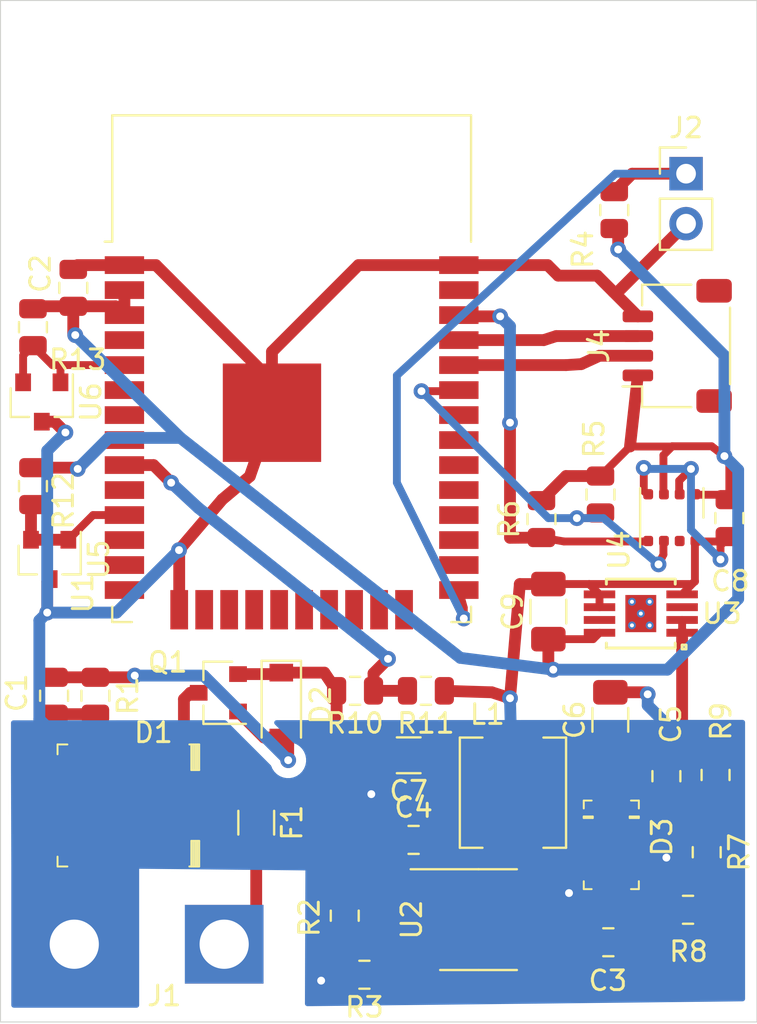
<source format=kicad_pcb>
(kicad_pcb (version 20171130) (host pcbnew 5.1.5+dfsg1-2build2)

  (general
    (thickness 1.6)
    (drawings 4)
    (tracks 268)
    (zones 0)
    (modules 37)
    (nets 51)
  )

  (page A4)
  (layers
    (0 F.Cu signal)
    (31 B.Cu signal)
    (32 B.Adhes user)
    (33 F.Adhes user)
    (34 B.Paste user)
    (35 F.Paste user)
    (36 B.SilkS user)
    (37 F.SilkS user)
    (38 B.Mask user)
    (39 F.Mask user)
    (40 Dwgs.User user)
    (41 Cmts.User user)
    (42 Eco1.User user)
    (43 Eco2.User user)
    (44 Edge.Cuts user)
    (45 Margin user)
    (46 B.CrtYd user)
    (47 F.CrtYd user)
    (48 B.Fab user)
    (49 F.Fab user hide)
  )

  (setup
    (last_trace_width 0.25)
    (user_trace_width 0.4)
    (user_trace_width 0.6)
    (trace_clearance 0.2)
    (zone_clearance 0.508)
    (zone_45_only no)
    (trace_min 0.2)
    (via_size 0.8)
    (via_drill 0.4)
    (via_min_size 0.4)
    (via_min_drill 0.3)
    (uvia_size 0.3)
    (uvia_drill 0.1)
    (uvias_allowed no)
    (uvia_min_size 0.2)
    (uvia_min_drill 0.1)
    (edge_width 0.05)
    (segment_width 0.2)
    (pcb_text_width 0.3)
    (pcb_text_size 1.5 1.5)
    (mod_edge_width 0.12)
    (mod_text_size 1 1)
    (mod_text_width 0.15)
    (pad_size 4 4)
    (pad_drill 2.49936)
    (pad_to_mask_clearance 0.051)
    (solder_mask_min_width 0.25)
    (aux_axis_origin 0 0)
    (visible_elements FFFFFF7F)
    (pcbplotparams
      (layerselection 0x010fc_ffffffff)
      (usegerberextensions false)
      (usegerberattributes false)
      (usegerberadvancedattributes false)
      (creategerberjobfile false)
      (excludeedgelayer true)
      (linewidth 0.100000)
      (plotframeref false)
      (viasonmask false)
      (mode 1)
      (useauxorigin false)
      (hpglpennumber 1)
      (hpglpenspeed 20)
      (hpglpendiameter 15.000000)
      (psnegative false)
      (psa4output false)
      (plotreference true)
      (plotvalue true)
      (plotinvisibletext false)
      (padsonsilk false)
      (subtractmaskfromsilk false)
      (outputformat 1)
      (mirror false)
      (drillshape 0)
      (scaleselection 1)
      (outputdirectory ""))
  )

  (net 0 "")
  (net 1 +3V3)
  (net 2 GND)
  (net 3 "Net-(C3-Pad1)")
  (net 4 "Net-(C4-Pad1)")
  (net 5 "Net-(C4-Pad2)")
  (net 6 "Net-(C5-Pad1)")
  (net 7 "Net-(F1-Pad2)")
  (net 8 "Net-(J2-Pad1)")
  (net 9 SDA)
  (net 10 SCL)
  (net 11 "Net-(R7-Pad2)")
  (net 12 "Net-(R7-Pad1)")
  (net 13 "Net-(U1-Pad4)")
  (net 14 "Net-(U1-Pad7)")
  (net 15 "Net-(U1-Pad8)")
  (net 16 "Net-(U1-Pad10)")
  (net 17 "Net-(U1-Pad13)")
  (net 18 "Net-(U1-Pad14)")
  (net 19 "Net-(U1-Pad16)")
  (net 20 "Net-(U1-Pad17)")
  (net 21 "Net-(U1-Pad18)")
  (net 22 "Net-(U1-Pad19)")
  (net 23 "Net-(U1-Pad20)")
  (net 24 "Net-(U1-Pad21)")
  (net 25 "Net-(U1-Pad22)")
  (net 26 "Net-(U1-Pad23)")
  (net 27 "Net-(U1-Pad24)")
  (net 28 "Net-(U1-Pad26)")
  (net 29 "Net-(U1-Pad27)")
  (net 30 "Net-(U1-Pad28)")
  (net 31 "Net-(U1-Pad29)")
  (net 32 "Net-(U1-Pad30)")
  (net 33 "Net-(U1-Pad31)")
  (net 34 "Net-(U1-Pad32)")
  (net 35 "Net-(U1-Pad37)")
  (net 36 "Net-(R2-Pad2)")
  (net 37 "Net-(R3-Pad1)")
  (net 38 "Net-(U3-Pad7)")
  (net 39 "Net-(U3-Pad3)")
  (net 40 "Net-(U4-Pad2)")
  (net 41 "Net-(C1-Pad1)")
  (net 42 "Net-(D1-Pad1)")
  (net 43 VCC)
  (net 44 "Net-(R10-Pad1)")
  (net 45 "Net-(R12-Pad1)")
  (net 46 "Net-(R13-Pad1)")
  (net 47 "Net-(J4-Pad2)")
  (net 48 "Net-(J4-Pad3)")
  (net 49 "Net-(U1-Pad6)")
  (net 50 "Net-(U1-Pad12)")

  (net_class Default "This is the default net class."
    (clearance 0.2)
    (trace_width 0.25)
    (via_dia 0.8)
    (via_drill 0.4)
    (uvia_dia 0.3)
    (uvia_drill 0.1)
    (add_net +3V3)
    (add_net GND)
    (add_net "Net-(C1-Pad1)")
    (add_net "Net-(C3-Pad1)")
    (add_net "Net-(C4-Pad1)")
    (add_net "Net-(C4-Pad2)")
    (add_net "Net-(C5-Pad1)")
    (add_net "Net-(D1-Pad1)")
    (add_net "Net-(F1-Pad2)")
    (add_net "Net-(J2-Pad1)")
    (add_net "Net-(J4-Pad2)")
    (add_net "Net-(J4-Pad3)")
    (add_net "Net-(R10-Pad1)")
    (add_net "Net-(R12-Pad1)")
    (add_net "Net-(R13-Pad1)")
    (add_net "Net-(R2-Pad2)")
    (add_net "Net-(R3-Pad1)")
    (add_net "Net-(R7-Pad1)")
    (add_net "Net-(R7-Pad2)")
    (add_net "Net-(U1-Pad10)")
    (add_net "Net-(U1-Pad12)")
    (add_net "Net-(U1-Pad13)")
    (add_net "Net-(U1-Pad14)")
    (add_net "Net-(U1-Pad16)")
    (add_net "Net-(U1-Pad17)")
    (add_net "Net-(U1-Pad18)")
    (add_net "Net-(U1-Pad19)")
    (add_net "Net-(U1-Pad20)")
    (add_net "Net-(U1-Pad21)")
    (add_net "Net-(U1-Pad22)")
    (add_net "Net-(U1-Pad23)")
    (add_net "Net-(U1-Pad24)")
    (add_net "Net-(U1-Pad26)")
    (add_net "Net-(U1-Pad27)")
    (add_net "Net-(U1-Pad28)")
    (add_net "Net-(U1-Pad29)")
    (add_net "Net-(U1-Pad30)")
    (add_net "Net-(U1-Pad31)")
    (add_net "Net-(U1-Pad32)")
    (add_net "Net-(U1-Pad37)")
    (add_net "Net-(U1-Pad4)")
    (add_net "Net-(U1-Pad6)")
    (add_net "Net-(U1-Pad7)")
    (add_net "Net-(U1-Pad8)")
    (add_net "Net-(U3-Pad3)")
    (add_net "Net-(U3-Pad7)")
    (add_net "Net-(U4-Pad2)")
    (add_net SCL)
    (add_net SDA)
    (add_net VCC)
  )

  (module Capacitor_SMD:C_0805_2012Metric (layer F.Cu) (tedit 5B36C52B) (tstamp 66639BE5)
    (at 70.325 125.125 270)
    (descr "Capacitor SMD 0805 (2012 Metric), square (rectangular) end terminal, IPC_7351 nominal, (Body size source: https://docs.google.com/spreadsheets/d/1BsfQQcO9C6DZCsRaXUlFlo91Tg2WpOkGARC1WS5S8t0/edit?usp=sharing), generated with kicad-footprint-generator")
    (tags capacitor)
    (path /6667DA37)
    (attr smd)
    (fp_text reference C1 (at -0.15 1.9 90) (layer F.SilkS)
      (effects (font (size 1 1) (thickness 0.15)))
    )
    (fp_text value 1u (at 0 1.65 90) (layer F.Fab)
      (effects (font (size 1 1) (thickness 0.15)))
    )
    (fp_line (start -1 0.6) (end -1 -0.6) (layer F.Fab) (width 0.1))
    (fp_line (start -1 -0.6) (end 1 -0.6) (layer F.Fab) (width 0.1))
    (fp_line (start 1 -0.6) (end 1 0.6) (layer F.Fab) (width 0.1))
    (fp_line (start 1 0.6) (end -1 0.6) (layer F.Fab) (width 0.1))
    (fp_line (start -0.258578 -0.71) (end 0.258578 -0.71) (layer F.SilkS) (width 0.12))
    (fp_line (start -0.258578 0.71) (end 0.258578 0.71) (layer F.SilkS) (width 0.12))
    (fp_line (start -1.68 0.95) (end -1.68 -0.95) (layer F.CrtYd) (width 0.05))
    (fp_line (start -1.68 -0.95) (end 1.68 -0.95) (layer F.CrtYd) (width 0.05))
    (fp_line (start 1.68 -0.95) (end 1.68 0.95) (layer F.CrtYd) (width 0.05))
    (fp_line (start 1.68 0.95) (end -1.68 0.95) (layer F.CrtYd) (width 0.05))
    (fp_text user %R (at 0 0 90) (layer F.Fab)
      (effects (font (size 0.5 0.5) (thickness 0.08)))
    )
    (pad 1 smd roundrect (at -0.9375 0 270) (size 0.975 1.4) (layers F.Cu F.Paste F.Mask) (roundrect_rratio 0.25)
      (net 41 "Net-(C1-Pad1)"))
    (pad 2 smd roundrect (at 0.9375 0 270) (size 0.975 1.4) (layers F.Cu F.Paste F.Mask) (roundrect_rratio 0.25)
      (net 2 GND))
    (model ${KISYS3DMOD}/Capacitor_SMD.3dshapes/C_0805_2012Metric.wrl
      (at (xyz 0 0 0))
      (scale (xyz 1 1 1))
      (rotate (xyz 0 0 0))
    )
  )

  (module Capacitor_SMD:C_0805_2012Metric (layer F.Cu) (tedit 5B36C52B) (tstamp 66639BF6)
    (at 71.3 104.4 90)
    (descr "Capacitor SMD 0805 (2012 Metric), square (rectangular) end terminal, IPC_7351 nominal, (Body size source: https://docs.google.com/spreadsheets/d/1BsfQQcO9C6DZCsRaXUlFlo91Tg2WpOkGARC1WS5S8t0/edit?usp=sharing), generated with kicad-footprint-generator")
    (tags capacitor)
    (path /66636590)
    (attr smd)
    (fp_text reference C2 (at 0.725 -1.675 90) (layer F.SilkS)
      (effects (font (size 1 1) (thickness 0.15)))
    )
    (fp_text value 100n (at 0 1.65 90) (layer F.Fab)
      (effects (font (size 1 1) (thickness 0.15)))
    )
    (fp_text user %R (at 0 0 90) (layer F.Fab)
      (effects (font (size 0.5 0.5) (thickness 0.08)))
    )
    (fp_line (start 1.68 0.95) (end -1.68 0.95) (layer F.CrtYd) (width 0.05))
    (fp_line (start 1.68 -0.95) (end 1.68 0.95) (layer F.CrtYd) (width 0.05))
    (fp_line (start -1.68 -0.95) (end 1.68 -0.95) (layer F.CrtYd) (width 0.05))
    (fp_line (start -1.68 0.95) (end -1.68 -0.95) (layer F.CrtYd) (width 0.05))
    (fp_line (start -0.258578 0.71) (end 0.258578 0.71) (layer F.SilkS) (width 0.12))
    (fp_line (start -0.258578 -0.71) (end 0.258578 -0.71) (layer F.SilkS) (width 0.12))
    (fp_line (start 1 0.6) (end -1 0.6) (layer F.Fab) (width 0.1))
    (fp_line (start 1 -0.6) (end 1 0.6) (layer F.Fab) (width 0.1))
    (fp_line (start -1 -0.6) (end 1 -0.6) (layer F.Fab) (width 0.1))
    (fp_line (start -1 0.6) (end -1 -0.6) (layer F.Fab) (width 0.1))
    (pad 2 smd roundrect (at 0.9375 0 90) (size 0.975 1.4) (layers F.Cu F.Paste F.Mask) (roundrect_rratio 0.25)
      (net 2 GND))
    (pad 1 smd roundrect (at -0.9375 0 90) (size 0.975 1.4) (layers F.Cu F.Paste F.Mask) (roundrect_rratio 0.25)
      (net 1 +3V3))
    (model ${KISYS3DMOD}/Capacitor_SMD.3dshapes/C_0805_2012Metric.wrl
      (at (xyz 0 0 0))
      (scale (xyz 1 1 1))
      (rotate (xyz 0 0 0))
    )
  )

  (module Capacitor_SMD:C_0805_2012Metric (layer F.Cu) (tedit 5B36C52B) (tstamp 66639C07)
    (at 98.5 137.65)
    (descr "Capacitor SMD 0805 (2012 Metric), square (rectangular) end terminal, IPC_7351 nominal, (Body size source: https://docs.google.com/spreadsheets/d/1BsfQQcO9C6DZCsRaXUlFlo91Tg2WpOkGARC1WS5S8t0/edit?usp=sharing), generated with kicad-footprint-generator")
    (tags capacitor)
    (path /6663AABA)
    (attr smd)
    (fp_text reference C3 (at -0.025 1.95) (layer F.SilkS)
      (effects (font (size 1 1) (thickness 0.15)))
    )
    (fp_text value 22n (at 0 1.65) (layer F.Fab)
      (effects (font (size 1 1) (thickness 0.15)))
    )
    (fp_line (start -1 0.6) (end -1 -0.6) (layer F.Fab) (width 0.1))
    (fp_line (start -1 -0.6) (end 1 -0.6) (layer F.Fab) (width 0.1))
    (fp_line (start 1 -0.6) (end 1 0.6) (layer F.Fab) (width 0.1))
    (fp_line (start 1 0.6) (end -1 0.6) (layer F.Fab) (width 0.1))
    (fp_line (start -0.258578 -0.71) (end 0.258578 -0.71) (layer F.SilkS) (width 0.12))
    (fp_line (start -0.258578 0.71) (end 0.258578 0.71) (layer F.SilkS) (width 0.12))
    (fp_line (start -1.68 0.95) (end -1.68 -0.95) (layer F.CrtYd) (width 0.05))
    (fp_line (start -1.68 -0.95) (end 1.68 -0.95) (layer F.CrtYd) (width 0.05))
    (fp_line (start 1.68 -0.95) (end 1.68 0.95) (layer F.CrtYd) (width 0.05))
    (fp_line (start 1.68 0.95) (end -1.68 0.95) (layer F.CrtYd) (width 0.05))
    (fp_text user %R (at 0 0) (layer F.Fab)
      (effects (font (size 0.5 0.5) (thickness 0.08)))
    )
    (pad 1 smd roundrect (at -0.9375 0) (size 0.975 1.4) (layers F.Cu F.Paste F.Mask) (roundrect_rratio 0.25)
      (net 3 "Net-(C3-Pad1)"))
    (pad 2 smd roundrect (at 0.9375 0) (size 0.975 1.4) (layers F.Cu F.Paste F.Mask) (roundrect_rratio 0.25)
      (net 2 GND))
    (model ${KISYS3DMOD}/Capacitor_SMD.3dshapes/C_0805_2012Metric.wrl
      (at (xyz 0 0 0))
      (scale (xyz 1 1 1))
      (rotate (xyz 0 0 0))
    )
  )

  (module Capacitor_SMD:C_0805_2012Metric (layer F.Cu) (tedit 5B36C52B) (tstamp 66639C18)
    (at 88.6 132.45)
    (descr "Capacitor SMD 0805 (2012 Metric), square (rectangular) end terminal, IPC_7351 nominal, (Body size source: https://docs.google.com/spreadsheets/d/1BsfQQcO9C6DZCsRaXUlFlo91Tg2WpOkGARC1WS5S8t0/edit?usp=sharing), generated with kicad-footprint-generator")
    (tags capacitor)
    (path /6667DA8D)
    (attr smd)
    (fp_text reference C4 (at 0 -1.65) (layer F.SilkS)
      (effects (font (size 1 1) (thickness 0.15)))
    )
    (fp_text value 220n (at 0 1.65) (layer F.Fab)
      (effects (font (size 1 1) (thickness 0.15)))
    )
    (fp_line (start -1 0.6) (end -1 -0.6) (layer F.Fab) (width 0.1))
    (fp_line (start -1 -0.6) (end 1 -0.6) (layer F.Fab) (width 0.1))
    (fp_line (start 1 -0.6) (end 1 0.6) (layer F.Fab) (width 0.1))
    (fp_line (start 1 0.6) (end -1 0.6) (layer F.Fab) (width 0.1))
    (fp_line (start -0.258578 -0.71) (end 0.258578 -0.71) (layer F.SilkS) (width 0.12))
    (fp_line (start -0.258578 0.71) (end 0.258578 0.71) (layer F.SilkS) (width 0.12))
    (fp_line (start -1.68 0.95) (end -1.68 -0.95) (layer F.CrtYd) (width 0.05))
    (fp_line (start -1.68 -0.95) (end 1.68 -0.95) (layer F.CrtYd) (width 0.05))
    (fp_line (start 1.68 -0.95) (end 1.68 0.95) (layer F.CrtYd) (width 0.05))
    (fp_line (start 1.68 0.95) (end -1.68 0.95) (layer F.CrtYd) (width 0.05))
    (fp_text user %R (at 0 0) (layer F.Fab)
      (effects (font (size 0.5 0.5) (thickness 0.08)))
    )
    (pad 1 smd roundrect (at -0.9375 0) (size 0.975 1.4) (layers F.Cu F.Paste F.Mask) (roundrect_rratio 0.25)
      (net 4 "Net-(C4-Pad1)"))
    (pad 2 smd roundrect (at 0.9375 0) (size 0.975 1.4) (layers F.Cu F.Paste F.Mask) (roundrect_rratio 0.25)
      (net 5 "Net-(C4-Pad2)"))
    (model ${KISYS3DMOD}/Capacitor_SMD.3dshapes/C_0805_2012Metric.wrl
      (at (xyz 0 0 0))
      (scale (xyz 1 1 1))
      (rotate (xyz 0 0 0))
    )
  )

  (module Capacitor_SMD:C_0805_2012Metric (layer F.Cu) (tedit 5B36C52B) (tstamp 66639C29)
    (at 101.45 129.2125 270)
    (descr "Capacitor SMD 0805 (2012 Metric), square (rectangular) end terminal, IPC_7351 nominal, (Body size source: https://docs.google.com/spreadsheets/d/1BsfQQcO9C6DZCsRaXUlFlo91Tg2WpOkGARC1WS5S8t0/edit?usp=sharing), generated with kicad-footprint-generator")
    (tags capacitor)
    (path /6667D9F5)
    (attr smd)
    (fp_text reference C5 (at -2.6375 -0.225 90) (layer F.SilkS)
      (effects (font (size 1 1) (thickness 0.15)))
    )
    (fp_text value 100n (at 0 1.65 90) (layer F.Fab)
      (effects (font (size 1 1) (thickness 0.15)))
    )
    (fp_text user %R (at 0 0 90) (layer F.Fab)
      (effects (font (size 0.5 0.5) (thickness 0.08)))
    )
    (fp_line (start 1.68 0.95) (end -1.68 0.95) (layer F.CrtYd) (width 0.05))
    (fp_line (start 1.68 -0.95) (end 1.68 0.95) (layer F.CrtYd) (width 0.05))
    (fp_line (start -1.68 -0.95) (end 1.68 -0.95) (layer F.CrtYd) (width 0.05))
    (fp_line (start -1.68 0.95) (end -1.68 -0.95) (layer F.CrtYd) (width 0.05))
    (fp_line (start -0.258578 0.71) (end 0.258578 0.71) (layer F.SilkS) (width 0.12))
    (fp_line (start -0.258578 -0.71) (end 0.258578 -0.71) (layer F.SilkS) (width 0.12))
    (fp_line (start 1 0.6) (end -1 0.6) (layer F.Fab) (width 0.1))
    (fp_line (start 1 -0.6) (end 1 0.6) (layer F.Fab) (width 0.1))
    (fp_line (start -1 -0.6) (end 1 -0.6) (layer F.Fab) (width 0.1))
    (fp_line (start -1 0.6) (end -1 -0.6) (layer F.Fab) (width 0.1))
    (pad 2 smd roundrect (at 0.9375 0 270) (size 0.975 1.4) (layers F.Cu F.Paste F.Mask) (roundrect_rratio 0.25)
      (net 2 GND))
    (pad 1 smd roundrect (at -0.9375 0 270) (size 0.975 1.4) (layers F.Cu F.Paste F.Mask) (roundrect_rratio 0.25)
      (net 6 "Net-(C5-Pad1)"))
    (model ${KISYS3DMOD}/Capacitor_SMD.3dshapes/C_0805_2012Metric.wrl
      (at (xyz 0 0 0))
      (scale (xyz 1 1 1))
      (rotate (xyz 0 0 0))
    )
  )

  (module Capacitor_SMD:C_1206_3216Metric (layer F.Cu) (tedit 5B301BBE) (tstamp 66639C3A)
    (at 98.6 126.35 90)
    (descr "Capacitor SMD 1206 (3216 Metric), square (rectangular) end terminal, IPC_7351 nominal, (Body size source: http://www.tortai-tech.com/upload/download/2011102023233369053.pdf), generated with kicad-footprint-generator")
    (tags capacitor)
    (path /6667DA72)
    (attr smd)
    (fp_text reference C6 (at 0 -1.82 90) (layer F.SilkS)
      (effects (font (size 1 1) (thickness 0.15)))
    )
    (fp_text value 10u (at 0 1.82 90) (layer F.Fab)
      (effects (font (size 1 1) (thickness 0.15)))
    )
    (fp_text user %R (at 0 0 90) (layer F.Fab)
      (effects (font (size 0.8 0.8) (thickness 0.12)))
    )
    (fp_line (start 2.28 1.12) (end -2.28 1.12) (layer F.CrtYd) (width 0.05))
    (fp_line (start 2.28 -1.12) (end 2.28 1.12) (layer F.CrtYd) (width 0.05))
    (fp_line (start -2.28 -1.12) (end 2.28 -1.12) (layer F.CrtYd) (width 0.05))
    (fp_line (start -2.28 1.12) (end -2.28 -1.12) (layer F.CrtYd) (width 0.05))
    (fp_line (start -0.602064 0.91) (end 0.602064 0.91) (layer F.SilkS) (width 0.12))
    (fp_line (start -0.602064 -0.91) (end 0.602064 -0.91) (layer F.SilkS) (width 0.12))
    (fp_line (start 1.6 0.8) (end -1.6 0.8) (layer F.Fab) (width 0.1))
    (fp_line (start 1.6 -0.8) (end 1.6 0.8) (layer F.Fab) (width 0.1))
    (fp_line (start -1.6 -0.8) (end 1.6 -0.8) (layer F.Fab) (width 0.1))
    (fp_line (start -1.6 0.8) (end -1.6 -0.8) (layer F.Fab) (width 0.1))
    (pad 2 smd roundrect (at 1.4 0 90) (size 1.25 1.75) (layers F.Cu F.Paste F.Mask) (roundrect_rratio 0.2)
      (net 2 GND))
    (pad 1 smd roundrect (at -1.4 0 90) (size 1.25 1.75) (layers F.Cu F.Paste F.Mask) (roundrect_rratio 0.2)
      (net 6 "Net-(C5-Pad1)"))
    (model ${KISYS3DMOD}/Capacitor_SMD.3dshapes/C_1206_3216Metric.wrl
      (at (xyz 0 0 0))
      (scale (xyz 1 1 1))
      (rotate (xyz 0 0 0))
    )
  )

  (module Capacitor_SMD:C_1206_3216Metric (layer F.Cu) (tedit 5B301BBE) (tstamp 66639C4B)
    (at 88.35 128.15 180)
    (descr "Capacitor SMD 1206 (3216 Metric), square (rectangular) end terminal, IPC_7351 nominal, (Body size source: http://www.tortai-tech.com/upload/download/2011102023233369053.pdf), generated with kicad-footprint-generator")
    (tags capacitor)
    (path /6667DA6B)
    (attr smd)
    (fp_text reference C7 (at 0 -1.82) (layer F.SilkS)
      (effects (font (size 1 1) (thickness 0.15)))
    )
    (fp_text value 10u (at 0 1.82) (layer F.Fab)
      (effects (font (size 1 1) (thickness 0.15)))
    )
    (fp_line (start -1.6 0.8) (end -1.6 -0.8) (layer F.Fab) (width 0.1))
    (fp_line (start -1.6 -0.8) (end 1.6 -0.8) (layer F.Fab) (width 0.1))
    (fp_line (start 1.6 -0.8) (end 1.6 0.8) (layer F.Fab) (width 0.1))
    (fp_line (start 1.6 0.8) (end -1.6 0.8) (layer F.Fab) (width 0.1))
    (fp_line (start -0.602064 -0.91) (end 0.602064 -0.91) (layer F.SilkS) (width 0.12))
    (fp_line (start -0.602064 0.91) (end 0.602064 0.91) (layer F.SilkS) (width 0.12))
    (fp_line (start -2.28 1.12) (end -2.28 -1.12) (layer F.CrtYd) (width 0.05))
    (fp_line (start -2.28 -1.12) (end 2.28 -1.12) (layer F.CrtYd) (width 0.05))
    (fp_line (start 2.28 -1.12) (end 2.28 1.12) (layer F.CrtYd) (width 0.05))
    (fp_line (start 2.28 1.12) (end -2.28 1.12) (layer F.CrtYd) (width 0.05))
    (fp_text user %R (at 0 0) (layer F.Fab)
      (effects (font (size 0.8 0.8) (thickness 0.12)))
    )
    (pad 1 smd roundrect (at -1.4 0 180) (size 1.25 1.75) (layers F.Cu F.Paste F.Mask) (roundrect_rratio 0.2)
      (net 6 "Net-(C5-Pad1)"))
    (pad 2 smd roundrect (at 1.4 0 180) (size 1.25 1.75) (layers F.Cu F.Paste F.Mask) (roundrect_rratio 0.2)
      (net 2 GND))
    (model ${KISYS3DMOD}/Capacitor_SMD.3dshapes/C_1206_3216Metric.wrl
      (at (xyz 0 0 0))
      (scale (xyz 1 1 1))
      (rotate (xyz 0 0 0))
    )
  )

  (module Capacitor_SMD:C_0805_2012Metric (layer F.Cu) (tedit 5B36C52B) (tstamp 66639C5C)
    (at 104.65 116.1 270)
    (descr "Capacitor SMD 0805 (2012 Metric), square (rectangular) end terminal, IPC_7351 nominal, (Body size source: https://docs.google.com/spreadsheets/d/1BsfQQcO9C6DZCsRaXUlFlo91Tg2WpOkGARC1WS5S8t0/edit?usp=sharing), generated with kicad-footprint-generator")
    (tags capacitor)
    (path /66634B2F)
    (attr smd)
    (fp_text reference C8 (at 3.2 -0.05 180) (layer F.SilkS)
      (effects (font (size 1 1) (thickness 0.15)))
    )
    (fp_text value 100n (at 0 1.65 90) (layer F.Fab)
      (effects (font (size 1 1) (thickness 0.15)))
    )
    (fp_text user %R (at 0 0 90) (layer F.Fab)
      (effects (font (size 0.5 0.5) (thickness 0.08)))
    )
    (fp_line (start 1.68 0.95) (end -1.68 0.95) (layer F.CrtYd) (width 0.05))
    (fp_line (start 1.68 -0.95) (end 1.68 0.95) (layer F.CrtYd) (width 0.05))
    (fp_line (start -1.68 -0.95) (end 1.68 -0.95) (layer F.CrtYd) (width 0.05))
    (fp_line (start -1.68 0.95) (end -1.68 -0.95) (layer F.CrtYd) (width 0.05))
    (fp_line (start -0.258578 0.71) (end 0.258578 0.71) (layer F.SilkS) (width 0.12))
    (fp_line (start -0.258578 -0.71) (end 0.258578 -0.71) (layer F.SilkS) (width 0.12))
    (fp_line (start 1 0.6) (end -1 0.6) (layer F.Fab) (width 0.1))
    (fp_line (start 1 -0.6) (end 1 0.6) (layer F.Fab) (width 0.1))
    (fp_line (start -1 -0.6) (end 1 -0.6) (layer F.Fab) (width 0.1))
    (fp_line (start -1 0.6) (end -1 -0.6) (layer F.Fab) (width 0.1))
    (pad 2 smd roundrect (at 0.9375 0 270) (size 0.975 1.4) (layers F.Cu F.Paste F.Mask) (roundrect_rratio 0.25)
      (net 2 GND))
    (pad 1 smd roundrect (at -0.9375 0 270) (size 0.975 1.4) (layers F.Cu F.Paste F.Mask) (roundrect_rratio 0.25)
      (net 1 +3V3))
    (model ${KISYS3DMOD}/Capacitor_SMD.3dshapes/C_0805_2012Metric.wrl
      (at (xyz 0 0 0))
      (scale (xyz 1 1 1))
      (rotate (xyz 0 0 0))
    )
  )

  (module Capacitor_SMD:C_1206_3216Metric (layer F.Cu) (tedit 5B301BBE) (tstamp 66639C6D)
    (at 95.45 120.85 90)
    (descr "Capacitor SMD 1206 (3216 Metric), square (rectangular) end terminal, IPC_7351 nominal, (Body size source: http://www.tortai-tech.com/upload/download/2011102023233369053.pdf), generated with kicad-footprint-generator")
    (tags capacitor)
    (path /666BE1D5)
    (attr smd)
    (fp_text reference C9 (at 0 -1.82 90) (layer F.SilkS)
      (effects (font (size 1 1) (thickness 0.15)))
    )
    (fp_text value 10u (at 0 1.82 90) (layer F.Fab)
      (effects (font (size 1 1) (thickness 0.15)))
    )
    (fp_line (start -1.6 0.8) (end -1.6 -0.8) (layer F.Fab) (width 0.1))
    (fp_line (start -1.6 -0.8) (end 1.6 -0.8) (layer F.Fab) (width 0.1))
    (fp_line (start 1.6 -0.8) (end 1.6 0.8) (layer F.Fab) (width 0.1))
    (fp_line (start 1.6 0.8) (end -1.6 0.8) (layer F.Fab) (width 0.1))
    (fp_line (start -0.602064 -0.91) (end 0.602064 -0.91) (layer F.SilkS) (width 0.12))
    (fp_line (start -0.602064 0.91) (end 0.602064 0.91) (layer F.SilkS) (width 0.12))
    (fp_line (start -2.28 1.12) (end -2.28 -1.12) (layer F.CrtYd) (width 0.05))
    (fp_line (start -2.28 -1.12) (end 2.28 -1.12) (layer F.CrtYd) (width 0.05))
    (fp_line (start 2.28 -1.12) (end 2.28 1.12) (layer F.CrtYd) (width 0.05))
    (fp_line (start 2.28 1.12) (end -2.28 1.12) (layer F.CrtYd) (width 0.05))
    (fp_text user %R (at 0 0 90) (layer F.Fab)
      (effects (font (size 0.8 0.8) (thickness 0.12)))
    )
    (pad 1 smd roundrect (at -1.4 0 90) (size 1.25 1.75) (layers F.Cu F.Paste F.Mask) (roundrect_rratio 0.2)
      (net 1 +3V3))
    (pad 2 smd roundrect (at 1.4 0 90) (size 1.25 1.75) (layers F.Cu F.Paste F.Mask) (roundrect_rratio 0.2)
      (net 2 GND))
    (model ${KISYS3DMOD}/Capacitor_SMD.3dshapes/C_1206_3216Metric.wrl
      (at (xyz 0 0 0))
      (scale (xyz 1 1 1))
      (rotate (xyz 0 0 0))
    )
  )

  (module Diode_SMD:D_SOD-123 (layer F.Cu) (tedit 58645DC7) (tstamp 66639C86)
    (at 81.875 125.6 270)
    (descr SOD-123)
    (tags SOD-123)
    (path /6667DA4A)
    (attr smd)
    (fp_text reference D2 (at 0 -2 90) (layer F.SilkS)
      (effects (font (size 1 1) (thickness 0.15)))
    )
    (fp_text value 5v6 (at 0 2.1 90) (layer F.Fab)
      (effects (font (size 1 1) (thickness 0.15)))
    )
    (fp_text user %R (at 0 -2 90) (layer F.Fab)
      (effects (font (size 1 1) (thickness 0.15)))
    )
    (fp_line (start -2.25 -1) (end -2.25 1) (layer F.SilkS) (width 0.12))
    (fp_line (start 0.25 0) (end 0.75 0) (layer F.Fab) (width 0.1))
    (fp_line (start 0.25 0.4) (end -0.35 0) (layer F.Fab) (width 0.1))
    (fp_line (start 0.25 -0.4) (end 0.25 0.4) (layer F.Fab) (width 0.1))
    (fp_line (start -0.35 0) (end 0.25 -0.4) (layer F.Fab) (width 0.1))
    (fp_line (start -0.35 0) (end -0.35 0.55) (layer F.Fab) (width 0.1))
    (fp_line (start -0.35 0) (end -0.35 -0.55) (layer F.Fab) (width 0.1))
    (fp_line (start -0.75 0) (end -0.35 0) (layer F.Fab) (width 0.1))
    (fp_line (start -1.4 0.9) (end -1.4 -0.9) (layer F.Fab) (width 0.1))
    (fp_line (start 1.4 0.9) (end -1.4 0.9) (layer F.Fab) (width 0.1))
    (fp_line (start 1.4 -0.9) (end 1.4 0.9) (layer F.Fab) (width 0.1))
    (fp_line (start -1.4 -0.9) (end 1.4 -0.9) (layer F.Fab) (width 0.1))
    (fp_line (start -2.35 -1.15) (end 2.35 -1.15) (layer F.CrtYd) (width 0.05))
    (fp_line (start 2.35 -1.15) (end 2.35 1.15) (layer F.CrtYd) (width 0.05))
    (fp_line (start 2.35 1.15) (end -2.35 1.15) (layer F.CrtYd) (width 0.05))
    (fp_line (start -2.35 -1.15) (end -2.35 1.15) (layer F.CrtYd) (width 0.05))
    (fp_line (start -2.25 1) (end 1.65 1) (layer F.SilkS) (width 0.12))
    (fp_line (start -2.25 -1) (end 1.65 -1) (layer F.SilkS) (width 0.12))
    (pad 1 smd rect (at -1.65 0 270) (size 0.9 1.2) (layers F.Cu F.Paste F.Mask)
      (net 43 VCC))
    (pad 2 smd rect (at 1.65 0 270) (size 0.9 1.2) (layers F.Cu F.Paste F.Mask)
      (net 41 "Net-(C1-Pad1)"))
    (model ${KISYS3DMOD}/Diode_SMD.3dshapes/D_SOD-123.wrl
      (at (xyz 0 0 0))
      (scale (xyz 1 1 1))
      (rotate (xyz 0 0 0))
    )
  )

  (module pypilot_footprints:DO-214AC (layer F.Cu) (tedit 5E2F6E28) (tstamp 66639CA9)
    (at 98.65 132.7 270)
    (path /6664332B)
    (attr smd)
    (fp_text reference D3 (at -0.4 -2.575 90) (layer F.SilkS)
      (effects (font (size 1 1) (thickness 0.15)))
    )
    (fp_text value D (at 0 2.45 90) (layer F.Fab)
      (effects (font (size 1 1) (thickness 0.15)))
    )
    (fp_line (start -1.44018 -1.30048) (end -1.44018 1.30048) (layer F.Fab) (width 0.1))
    (fp_line (start -1.44018 1.30048) (end -1.36398 1.30048) (layer F.Fab) (width 0.1))
    (fp_line (start -1.36398 1.30048) (end -1.36144 -1.30048) (layer F.Fab) (width 0.1))
    (fp_line (start -1.36144 -1.30048) (end -1.44018 -1.30048) (layer F.Fab) (width 0.1))
    (fp_line (start -1.44018 1.40208) (end -1.44018 0.94234) (layer F.SilkS) (width 0.1))
    (fp_line (start -1.44018 0.94234) (end -1.36398 0.94234) (layer F.SilkS) (width 0.1))
    (fp_line (start -1.36398 0.94234) (end -1.36398 1.40208) (layer F.SilkS) (width 0.1))
    (fp_line (start -1.36398 1.40208) (end -1.44018 1.40208) (layer F.SilkS) (width 0.1))
    (fp_line (start -1.44018 -1.39954) (end -1.44018 -0.93472) (layer F.SilkS) (width 0.1))
    (fp_line (start -1.44018 -0.93472) (end -1.36398 -0.93472) (layer F.SilkS) (width 0.1))
    (fp_line (start -1.36398 -0.93472) (end -1.36398 -1.39954) (layer F.SilkS) (width 0.1))
    (fp_line (start -1.36398 -1.39954) (end -1.44018 -1.39954) (layer F.SilkS) (width 0.1))
    (fp_line (start -3.5 1.55) (end 3.5 1.55) (layer F.CrtYd) (width 0.05))
    (fp_line (start -3.5 -1.55) (end 3.5 -1.55) (layer F.CrtYd) (width 0.05))
    (fp_line (start 3.5 -1.55) (end 3.5 1.55) (layer F.CrtYd) (width 0.05))
    (fp_line (start -3.5 -1.55) (end -3.5 1.55) (layer F.CrtYd) (width 0.05))
    (fp_line (start 2.25 1.4) (end 1.85 1.4) (layer F.SilkS) (width 0.1))
    (fp_line (start 2.25 1.4) (end 2.25 1) (layer F.SilkS) (width 0.1))
    (fp_line (start -2.25 1.4) (end -1.85 1.4) (layer F.SilkS) (width 0.1))
    (fp_line (start -2.25 1.4) (end -2.25 1) (layer F.SilkS) (width 0.1))
    (fp_line (start -2.25 -1.4) (end -2.25 -1) (layer F.SilkS) (width 0.1))
    (fp_line (start -2.25 -1.4) (end -1.85 -1.4) (layer F.SilkS) (width 0.1))
    (fp_line (start 2.25 -1.4) (end 1.85 -1.4) (layer F.SilkS) (width 0.1))
    (fp_line (start 2.25 -1.4) (end 2.25 -1) (layer F.SilkS) (width 0.1))
    (fp_text user %R (at 0.40894 0 90) (layer F.Fab)
      (effects (font (size 0.75 0.75) (thickness 0.075)))
    )
    (fp_line (start -2.15 1.3) (end 2.15 1.3) (layer F.Fab) (width 0.1))
    (fp_line (start -2.15 -1.3) (end 2.15 -1.3) (layer F.Fab) (width 0.1))
    (fp_line (start 2.15 -1.3) (end 2.15 1.3) (layer F.Fab) (width 0.1))
    (fp_line (start -2.15 -1.3) (end -2.15 1.3) (layer F.Fab) (width 0.1))
    (pad 2 smd rect (at 2 0 270) (size 2.5 1.7) (layers F.Cu F.Paste F.Mask)
      (net 2 GND))
    (pad 1 smd rect (at -2 0 270) (size 2.5 1.7) (layers F.Cu F.Paste F.Mask)
      (net 5 "Net-(C4-Pad2)"))
  )

  (module Fuse:Fuse_1206_3216Metric (layer F.Cu) (tedit 5B301BBE) (tstamp 66639CBA)
    (at 80.6 131.575 270)
    (descr "Fuse SMD 1206 (3216 Metric), square (rectangular) end terminal, IPC_7351 nominal, (Body size source: http://www.tortai-tech.com/upload/download/2011102023233369053.pdf), generated with kicad-footprint-generator")
    (tags resistor)
    (path /6667D9DC)
    (attr smd)
    (fp_text reference F1 (at 0 -1.82 90) (layer F.SilkS)
      (effects (font (size 1 1) (thickness 0.15)))
    )
    (fp_text value Fuse (at 0 1.82 90) (layer F.Fab)
      (effects (font (size 1 1) (thickness 0.15)))
    )
    (fp_line (start -1.6 0.8) (end -1.6 -0.8) (layer F.Fab) (width 0.1))
    (fp_line (start -1.6 -0.8) (end 1.6 -0.8) (layer F.Fab) (width 0.1))
    (fp_line (start 1.6 -0.8) (end 1.6 0.8) (layer F.Fab) (width 0.1))
    (fp_line (start 1.6 0.8) (end -1.6 0.8) (layer F.Fab) (width 0.1))
    (fp_line (start -0.602064 -0.91) (end 0.602064 -0.91) (layer F.SilkS) (width 0.12))
    (fp_line (start -0.602064 0.91) (end 0.602064 0.91) (layer F.SilkS) (width 0.12))
    (fp_line (start -2.28 1.12) (end -2.28 -1.12) (layer F.CrtYd) (width 0.05))
    (fp_line (start -2.28 -1.12) (end 2.28 -1.12) (layer F.CrtYd) (width 0.05))
    (fp_line (start 2.28 -1.12) (end 2.28 1.12) (layer F.CrtYd) (width 0.05))
    (fp_line (start 2.28 1.12) (end -2.28 1.12) (layer F.CrtYd) (width 0.05))
    (fp_text user %R (at 0 0 90) (layer F.Fab)
      (effects (font (size 0.8 0.8) (thickness 0.12)))
    )
    (pad 1 smd roundrect (at -1.4 0 270) (size 1.25 1.75) (layers F.Cu F.Paste F.Mask) (roundrect_rratio 0.2)
      (net 42 "Net-(D1-Pad1)"))
    (pad 2 smd roundrect (at 1.4 0 270) (size 1.25 1.75) (layers F.Cu F.Paste F.Mask) (roundrect_rratio 0.2)
      (net 7 "Net-(F1-Pad2)"))
    (model ${KISYS3DMOD}/Fuse.3dshapes/Fuse_1206_3216Metric.wrl
      (at (xyz 0 0 0))
      (scale (xyz 1 1 1))
      (rotate (xyz 0 0 0))
    )
  )

  (module Connector_Wire:SolderWirePad_1x02_P7.62mm_Drill2.5mm (layer F.Cu) (tedit 66634868) (tstamp 66639CC5)
    (at 78.97 137.75 180)
    (descr "Wire solder connection")
    (tags connector)
    (path /6667D9E5)
    (attr virtual)
    (fp_text reference J1 (at 3.045 -2.625) (layer F.SilkS)
      (effects (font (size 1 1) (thickness 0.15)))
    )
    (fp_text value "Power Input (12/24)" (at 3.81 4.445) (layer F.Fab)
      (effects (font (size 1 1) (thickness 0.15)))
    )
    (fp_text user %R (at 3.81 0) (layer F.Fab)
      (effects (font (size 1 1) (thickness 0.15)))
    )
    (fp_line (start -3.5 -3.5) (end 11.12 -3.5) (layer F.CrtYd) (width 0.05))
    (fp_line (start -3.5 -3.5) (end -3.5 3.5) (layer F.CrtYd) (width 0.05))
    (fp_line (start 11.12 3.5) (end 11.12 -3.5) (layer F.CrtYd) (width 0.05))
    (fp_line (start 11.12 3.5) (end -3.5 3.5) (layer F.CrtYd) (width 0.05))
    (pad 1 thru_hole rect (at 0 0 180) (size 4 4) (drill 2.49936) (layers *.Cu *.Mask)
      (net 7 "Net-(F1-Pad2)"))
    (pad 2 thru_hole circle (at 7.62 0 180) (size 4 4) (drill 2.49936) (layers *.Cu *.Mask)
      (net 2 GND))
  )

  (module Connector_PinHeader_2.54mm:PinHeader_1x02_P2.54mm_Vertical (layer F.Cu) (tedit 59FED5CC) (tstamp 66639CDB)
    (at 102.45 98.6)
    (descr "Through hole straight pin header, 1x02, 2.54mm pitch, single row")
    (tags "Through hole pin header THT 1x02 2.54mm single row")
    (path /666FA729)
    (fp_text reference J2 (at 0 -2.33) (layer F.SilkS)
      (effects (font (size 1 1) (thickness 0.15)))
    )
    (fp_text value boot (at 0 4.87) (layer F.Fab)
      (effects (font (size 1 1) (thickness 0.15)))
    )
    (fp_line (start -0.635 -1.27) (end 1.27 -1.27) (layer F.Fab) (width 0.1))
    (fp_line (start 1.27 -1.27) (end 1.27 3.81) (layer F.Fab) (width 0.1))
    (fp_line (start 1.27 3.81) (end -1.27 3.81) (layer F.Fab) (width 0.1))
    (fp_line (start -1.27 3.81) (end -1.27 -0.635) (layer F.Fab) (width 0.1))
    (fp_line (start -1.27 -0.635) (end -0.635 -1.27) (layer F.Fab) (width 0.1))
    (fp_line (start -1.33 3.87) (end 1.33 3.87) (layer F.SilkS) (width 0.12))
    (fp_line (start -1.33 1.27) (end -1.33 3.87) (layer F.SilkS) (width 0.12))
    (fp_line (start 1.33 1.27) (end 1.33 3.87) (layer F.SilkS) (width 0.12))
    (fp_line (start -1.33 1.27) (end 1.33 1.27) (layer F.SilkS) (width 0.12))
    (fp_line (start -1.33 0) (end -1.33 -1.33) (layer F.SilkS) (width 0.12))
    (fp_line (start -1.33 -1.33) (end 0 -1.33) (layer F.SilkS) (width 0.12))
    (fp_line (start -1.8 -1.8) (end -1.8 4.35) (layer F.CrtYd) (width 0.05))
    (fp_line (start -1.8 4.35) (end 1.8 4.35) (layer F.CrtYd) (width 0.05))
    (fp_line (start 1.8 4.35) (end 1.8 -1.8) (layer F.CrtYd) (width 0.05))
    (fp_line (start 1.8 -1.8) (end -1.8 -1.8) (layer F.CrtYd) (width 0.05))
    (fp_text user %R (at 0 1.27 90) (layer F.Fab)
      (effects (font (size 1 1) (thickness 0.15)))
    )
    (pad 1 thru_hole rect (at 0 0) (size 1.7 1.7) (drill 1) (layers *.Cu *.Mask)
      (net 8 "Net-(J2-Pad1)"))
    (pad 2 thru_hole oval (at 0 2.54) (size 1.7 1.7) (drill 1) (layers *.Cu *.Mask)
      (net 2 GND))
    (model ${KISYS3DMOD}/Connector_PinHeader_2.54mm.3dshapes/PinHeader_1x02_P2.54mm_Vertical.wrl
      (at (xyz 0 0 0))
      (scale (xyz 1 1 1))
      (rotate (xyz 0 0 0))
    )
  )

  (module Connector_JST:JST_SH_SM04B-SRSS-TB_1x04-1MP_P1.00mm_Horizontal (layer F.Cu) (tedit 5B78AD87) (tstamp 66639D0E)
    (at 102 107.35 90)
    (descr "JST SH series connector, SM04B-SRSS-TB (http://www.jst-mfg.com/product/pdf/eng/eSH.pdf), generated with kicad-footprint-generator")
    (tags "connector JST SH top entry")
    (path /666EACFE)
    (attr smd)
    (fp_text reference J4 (at 0 -3.98 90) (layer F.SilkS)
      (effects (font (size 1 1) (thickness 0.15)))
    )
    (fp_text value jst (at 0 3.98 90) (layer F.Fab)
      (effects (font (size 1 1) (thickness 0.15)))
    )
    (fp_line (start -3 -1.675) (end 3 -1.675) (layer F.Fab) (width 0.1))
    (fp_line (start -3.11 0.715) (end -3.11 -1.785) (layer F.SilkS) (width 0.12))
    (fp_line (start -3.11 -1.785) (end -2.06 -1.785) (layer F.SilkS) (width 0.12))
    (fp_line (start -2.06 -1.785) (end -2.06 -2.775) (layer F.SilkS) (width 0.12))
    (fp_line (start 3.11 0.715) (end 3.11 -1.785) (layer F.SilkS) (width 0.12))
    (fp_line (start 3.11 -1.785) (end 2.06 -1.785) (layer F.SilkS) (width 0.12))
    (fp_line (start -1.94 2.685) (end 1.94 2.685) (layer F.SilkS) (width 0.12))
    (fp_line (start -3 2.575) (end 3 2.575) (layer F.Fab) (width 0.1))
    (fp_line (start -3 -1.675) (end -3 2.575) (layer F.Fab) (width 0.1))
    (fp_line (start 3 -1.675) (end 3 2.575) (layer F.Fab) (width 0.1))
    (fp_line (start -3.9 -3.28) (end -3.9 3.28) (layer F.CrtYd) (width 0.05))
    (fp_line (start -3.9 3.28) (end 3.9 3.28) (layer F.CrtYd) (width 0.05))
    (fp_line (start 3.9 3.28) (end 3.9 -3.28) (layer F.CrtYd) (width 0.05))
    (fp_line (start 3.9 -3.28) (end -3.9 -3.28) (layer F.CrtYd) (width 0.05))
    (fp_line (start -2 -1.675) (end -1.5 -0.967893) (layer F.Fab) (width 0.1))
    (fp_line (start -1.5 -0.967893) (end -1 -1.675) (layer F.Fab) (width 0.1))
    (fp_text user %R (at 0 0 90) (layer F.Fab)
      (effects (font (size 1 1) (thickness 0.15)))
    )
    (pad 1 smd roundrect (at -1.5 -2 90) (size 0.6 1.55) (layers F.Cu F.Paste F.Mask) (roundrect_rratio 0.25)
      (net 1 +3V3))
    (pad 2 smd roundrect (at -0.5 -2 90) (size 0.6 1.55) (layers F.Cu F.Paste F.Mask) (roundrect_rratio 0.25)
      (net 47 "Net-(J4-Pad2)"))
    (pad 3 smd roundrect (at 0.5 -2 90) (size 0.6 1.55) (layers F.Cu F.Paste F.Mask) (roundrect_rratio 0.25)
      (net 48 "Net-(J4-Pad3)"))
    (pad 4 smd roundrect (at 1.5 -2 90) (size 0.6 1.55) (layers F.Cu F.Paste F.Mask) (roundrect_rratio 0.25)
      (net 2 GND))
    (pad MP smd roundrect (at -2.8 1.875 90) (size 1.2 1.8) (layers F.Cu F.Paste F.Mask) (roundrect_rratio 0.208333))
    (pad MP smd roundrect (at 2.8 1.875 90) (size 1.2 1.8) (layers F.Cu F.Paste F.Mask) (roundrect_rratio 0.208333))
    (model ${KISYS3DMOD}/Connector_JST.3dshapes/JST_SH_SM04B-SRSS-TB_1x04-1MP_P1.00mm_Horizontal.wrl
      (at (xyz 0 0 0))
      (scale (xyz 1 1 1))
      (rotate (xyz 0 0 0))
    )
  )

  (module Inductor_SMD:L_Sunlord_MWSA0518_5.4x5.2mm (layer F.Cu) (tedit 5DB5FB51) (tstamp 66639D23)
    (at 93.65 130.05 270)
    (descr "Inductor, Sunlord, MWSA0518, 5.4mmx5.2mm")
    (tags "inductor Sunlord smd")
    (path /6667DA86)
    (attr smd)
    (fp_text reference L1 (at -3.975 1.3 180) (layer F.SilkS)
      (effects (font (size 1 1) (thickness 0.15)))
    )
    (fp_text value 10u (at 0 4.1 90) (layer F.Fab)
      (effects (font (size 1 1) (thickness 0.15)))
    )
    (fp_text user %R (at 0 0 90) (layer F.Fab)
      (effects (font (size 1 1) (thickness 0.15)))
    )
    (fp_line (start -2.7 -2.6) (end 2.7 -2.6) (layer F.Fab) (width 0.1))
    (fp_line (start 2.7 -2.6) (end 2.7 2.6) (layer F.Fab) (width 0.1))
    (fp_line (start 2.7 2.6) (end -2.7 2.6) (layer F.Fab) (width 0.1))
    (fp_line (start -2.7 2.6) (end -2.7 -2.6) (layer F.Fab) (width 0.1))
    (fp_line (start -3.25 -2.85) (end 3.25 -2.85) (layer F.CrtYd) (width 0.05))
    (fp_line (start 3.25 -2.85) (end 3.25 2.85) (layer F.CrtYd) (width 0.05))
    (fp_line (start 3.25 2.85) (end -3.25 2.85) (layer F.CrtYd) (width 0.05))
    (fp_line (start -3.25 2.85) (end -3.25 -2.85) (layer F.CrtYd) (width 0.05))
    (fp_line (start -2.8 -2.7) (end 2.8 -2.7) (layer F.SilkS) (width 0.12))
    (fp_line (start -2.8 2.7) (end 2.8 2.7) (layer F.SilkS) (width 0.12))
    (fp_line (start -2.8 -2.7) (end -2.8 -1.55) (layer F.SilkS) (width 0.12))
    (fp_line (start -2.8 2.7) (end -2.8 1.55) (layer F.SilkS) (width 0.12))
    (fp_line (start 2.8 -2.7) (end 2.8 -1.55) (layer F.SilkS) (width 0.12))
    (fp_line (start 2.8 2.7) (end 2.8 1.55) (layer F.SilkS) (width 0.12))
    (pad 1 smd rect (at -2.05 0 270) (size 1.9 2.5) (layers F.Cu F.Paste F.Mask)
      (net 6 "Net-(C5-Pad1)"))
    (pad 2 smd rect (at 2.05 0 270) (size 1.9 2.5) (layers F.Cu F.Paste F.Mask)
      (net 5 "Net-(C4-Pad2)"))
    (model ${KISYS3DMOD}/Inductor_SMD.3dshapes/L_Sunlord_MWSA0518.wrl
      (at (xyz 0 0 0))
      (scale (xyz 1 1 1))
      (rotate (xyz 0 0 0))
    )
  )

  (module Resistor_SMD:R_0805_2012Metric (layer F.Cu) (tedit 5B36C52B) (tstamp 66639D49)
    (at 72.425 125.125 270)
    (descr "Resistor SMD 0805 (2012 Metric), square (rectangular) end terminal, IPC_7351 nominal, (Body size source: https://docs.google.com/spreadsheets/d/1BsfQQcO9C6DZCsRaXUlFlo91Tg2WpOkGARC1WS5S8t0/edit?usp=sharing), generated with kicad-footprint-generator")
    (tags resistor)
    (path /6667DA40)
    (attr smd)
    (fp_text reference R1 (at 0 -1.65 90) (layer F.SilkS)
      (effects (font (size 1 1) (thickness 0.15)))
    )
    (fp_text value 10k (at 0 1.65 90) (layer F.Fab)
      (effects (font (size 1 1) (thickness 0.15)))
    )
    (fp_line (start -1 0.6) (end -1 -0.6) (layer F.Fab) (width 0.1))
    (fp_line (start -1 -0.6) (end 1 -0.6) (layer F.Fab) (width 0.1))
    (fp_line (start 1 -0.6) (end 1 0.6) (layer F.Fab) (width 0.1))
    (fp_line (start 1 0.6) (end -1 0.6) (layer F.Fab) (width 0.1))
    (fp_line (start -0.258578 -0.71) (end 0.258578 -0.71) (layer F.SilkS) (width 0.12))
    (fp_line (start -0.258578 0.71) (end 0.258578 0.71) (layer F.SilkS) (width 0.12))
    (fp_line (start -1.68 0.95) (end -1.68 -0.95) (layer F.CrtYd) (width 0.05))
    (fp_line (start -1.68 -0.95) (end 1.68 -0.95) (layer F.CrtYd) (width 0.05))
    (fp_line (start 1.68 -0.95) (end 1.68 0.95) (layer F.CrtYd) (width 0.05))
    (fp_line (start 1.68 0.95) (end -1.68 0.95) (layer F.CrtYd) (width 0.05))
    (fp_text user %R (at 0 0 90) (layer F.Fab)
      (effects (font (size 0.5 0.5) (thickness 0.08)))
    )
    (pad 1 smd roundrect (at -0.9375 0 270) (size 0.975 1.4) (layers F.Cu F.Paste F.Mask) (roundrect_rratio 0.25)
      (net 41 "Net-(C1-Pad1)"))
    (pad 2 smd roundrect (at 0.9375 0 270) (size 0.975 1.4) (layers F.Cu F.Paste F.Mask) (roundrect_rratio 0.25)
      (net 2 GND))
    (model ${KISYS3DMOD}/Resistor_SMD.3dshapes/R_0805_2012Metric.wrl
      (at (xyz 0 0 0))
      (scale (xyz 1 1 1))
      (rotate (xyz 0 0 0))
    )
  )

  (module Resistor_SMD:R_0805_2012Metric (layer F.Cu) (tedit 5B36C52B) (tstamp 66639D5A)
    (at 98.8 100.45 270)
    (descr "Resistor SMD 0805 (2012 Metric), square (rectangular) end terminal, IPC_7351 nominal, (Body size source: https://docs.google.com/spreadsheets/d/1BsfQQcO9C6DZCsRaXUlFlo91Tg2WpOkGARC1WS5S8t0/edit?usp=sharing), generated with kicad-footprint-generator")
    (tags resistor)
    (path /66701F18)
    (attr smd)
    (fp_text reference R4 (at 2 1.6 90) (layer F.SilkS)
      (effects (font (size 1 1) (thickness 0.15)))
    )
    (fp_text value 10k (at 0 1.65 90) (layer F.Fab)
      (effects (font (size 1 1) (thickness 0.15)))
    )
    (fp_text user %R (at 0 0 90) (layer F.Fab)
      (effects (font (size 0.5 0.5) (thickness 0.08)))
    )
    (fp_line (start 1.68 0.95) (end -1.68 0.95) (layer F.CrtYd) (width 0.05))
    (fp_line (start 1.68 -0.95) (end 1.68 0.95) (layer F.CrtYd) (width 0.05))
    (fp_line (start -1.68 -0.95) (end 1.68 -0.95) (layer F.CrtYd) (width 0.05))
    (fp_line (start -1.68 0.95) (end -1.68 -0.95) (layer F.CrtYd) (width 0.05))
    (fp_line (start -0.258578 0.71) (end 0.258578 0.71) (layer F.SilkS) (width 0.12))
    (fp_line (start -0.258578 -0.71) (end 0.258578 -0.71) (layer F.SilkS) (width 0.12))
    (fp_line (start 1 0.6) (end -1 0.6) (layer F.Fab) (width 0.1))
    (fp_line (start 1 -0.6) (end 1 0.6) (layer F.Fab) (width 0.1))
    (fp_line (start -1 -0.6) (end 1 -0.6) (layer F.Fab) (width 0.1))
    (fp_line (start -1 0.6) (end -1 -0.6) (layer F.Fab) (width 0.1))
    (pad 2 smd roundrect (at 0.9375 0 270) (size 0.975 1.4) (layers F.Cu F.Paste F.Mask) (roundrect_rratio 0.25)
      (net 1 +3V3))
    (pad 1 smd roundrect (at -0.9375 0 270) (size 0.975 1.4) (layers F.Cu F.Paste F.Mask) (roundrect_rratio 0.25)
      (net 8 "Net-(J2-Pad1)"))
    (model ${KISYS3DMOD}/Resistor_SMD.3dshapes/R_0805_2012Metric.wrl
      (at (xyz 0 0 0))
      (scale (xyz 1 1 1))
      (rotate (xyz 0 0 0))
    )
  )

  (module Resistor_SMD:R_0805_2012Metric (layer F.Cu) (tedit 5B36C52B) (tstamp 6663D752)
    (at 98.1 114.9 90)
    (descr "Resistor SMD 0805 (2012 Metric), square (rectangular) end terminal, IPC_7351 nominal, (Body size source: https://docs.google.com/spreadsheets/d/1BsfQQcO9C6DZCsRaXUlFlo91Tg2WpOkGARC1WS5S8t0/edit?usp=sharing), generated with kicad-footprint-generator")
    (tags resistor)
    (path /666D830C)
    (attr smd)
    (fp_text reference R5 (at 2.825 -0.325 90) (layer F.SilkS)
      (effects (font (size 1 1) (thickness 0.15)))
    )
    (fp_text value 10k (at 0 1.65 90) (layer F.Fab)
      (effects (font (size 1 1) (thickness 0.15)))
    )
    (fp_text user %R (at 0 0 90) (layer F.Fab)
      (effects (font (size 0.5 0.5) (thickness 0.08)))
    )
    (fp_line (start 1.68 0.95) (end -1.68 0.95) (layer F.CrtYd) (width 0.05))
    (fp_line (start 1.68 -0.95) (end 1.68 0.95) (layer F.CrtYd) (width 0.05))
    (fp_line (start -1.68 -0.95) (end 1.68 -0.95) (layer F.CrtYd) (width 0.05))
    (fp_line (start -1.68 0.95) (end -1.68 -0.95) (layer F.CrtYd) (width 0.05))
    (fp_line (start -0.258578 0.71) (end 0.258578 0.71) (layer F.SilkS) (width 0.12))
    (fp_line (start -0.258578 -0.71) (end 0.258578 -0.71) (layer F.SilkS) (width 0.12))
    (fp_line (start 1 0.6) (end -1 0.6) (layer F.Fab) (width 0.1))
    (fp_line (start 1 -0.6) (end 1 0.6) (layer F.Fab) (width 0.1))
    (fp_line (start -1 -0.6) (end 1 -0.6) (layer F.Fab) (width 0.1))
    (fp_line (start -1 0.6) (end -1 -0.6) (layer F.Fab) (width 0.1))
    (pad 2 smd roundrect (at 0.9375 0 90) (size 0.975 1.4) (layers F.Cu F.Paste F.Mask) (roundrect_rratio 0.25)
      (net 1 +3V3))
    (pad 1 smd roundrect (at -0.9375 0 90) (size 0.975 1.4) (layers F.Cu F.Paste F.Mask) (roundrect_rratio 0.25)
      (net 9 SDA))
    (model ${KISYS3DMOD}/Resistor_SMD.3dshapes/R_0805_2012Metric.wrl
      (at (xyz 0 0 0))
      (scale (xyz 1 1 1))
      (rotate (xyz 0 0 0))
    )
  )

  (module Resistor_SMD:R_0805_2012Metric (layer F.Cu) (tedit 5B36C52B) (tstamp 66639D7C)
    (at 95.1 116.15 90)
    (descr "Resistor SMD 0805 (2012 Metric), square (rectangular) end terminal, IPC_7351 nominal, (Body size source: https://docs.google.com/spreadsheets/d/1BsfQQcO9C6DZCsRaXUlFlo91Tg2WpOkGARC1WS5S8t0/edit?usp=sharing), generated with kicad-footprint-generator")
    (tags resistor)
    (path /666D9413)
    (attr smd)
    (fp_text reference R6 (at 0 -1.65 90) (layer F.SilkS)
      (effects (font (size 1 1) (thickness 0.15)))
    )
    (fp_text value 10k (at 0 1.65 90) (layer F.Fab)
      (effects (font (size 1 1) (thickness 0.15)))
    )
    (fp_line (start -1 0.6) (end -1 -0.6) (layer F.Fab) (width 0.1))
    (fp_line (start -1 -0.6) (end 1 -0.6) (layer F.Fab) (width 0.1))
    (fp_line (start 1 -0.6) (end 1 0.6) (layer F.Fab) (width 0.1))
    (fp_line (start 1 0.6) (end -1 0.6) (layer F.Fab) (width 0.1))
    (fp_line (start -0.258578 -0.71) (end 0.258578 -0.71) (layer F.SilkS) (width 0.12))
    (fp_line (start -0.258578 0.71) (end 0.258578 0.71) (layer F.SilkS) (width 0.12))
    (fp_line (start -1.68 0.95) (end -1.68 -0.95) (layer F.CrtYd) (width 0.05))
    (fp_line (start -1.68 -0.95) (end 1.68 -0.95) (layer F.CrtYd) (width 0.05))
    (fp_line (start 1.68 -0.95) (end 1.68 0.95) (layer F.CrtYd) (width 0.05))
    (fp_line (start 1.68 0.95) (end -1.68 0.95) (layer F.CrtYd) (width 0.05))
    (fp_text user %R (at 0 0 90) (layer F.Fab)
      (effects (font (size 0.5 0.5) (thickness 0.08)))
    )
    (pad 1 smd roundrect (at -0.9375 0 90) (size 0.975 1.4) (layers F.Cu F.Paste F.Mask) (roundrect_rratio 0.25)
      (net 10 SCL))
    (pad 2 smd roundrect (at 0.9375 0 90) (size 0.975 1.4) (layers F.Cu F.Paste F.Mask) (roundrect_rratio 0.25)
      (net 1 +3V3))
    (model ${KISYS3DMOD}/Resistor_SMD.3dshapes/R_0805_2012Metric.wrl
      (at (xyz 0 0 0))
      (scale (xyz 1 1 1))
      (rotate (xyz 0 0 0))
    )
  )

  (module Resistor_SMD:R_0805_2012Metric (layer F.Cu) (tedit 5B36C52B) (tstamp 66639D8D)
    (at 103.5 133.075 270)
    (descr "Resistor SMD 0805 (2012 Metric), square (rectangular) end terminal, IPC_7351 nominal, (Body size source: https://docs.google.com/spreadsheets/d/1BsfQQcO9C6DZCsRaXUlFlo91Tg2WpOkGARC1WS5S8t0/edit?usp=sharing), generated with kicad-footprint-generator")
    (tags resistor)
    (path /6667DA16)
    (attr smd)
    (fp_text reference R7 (at 0 -1.65 90) (layer F.SilkS)
      (effects (font (size 1 1) (thickness 0.15)))
    )
    (fp_text value 10k (at 0 1.65 90) (layer F.Fab)
      (effects (font (size 1 1) (thickness 0.15)))
    )
    (fp_text user %R (at 0 0 90) (layer F.Fab)
      (effects (font (size 0.5 0.5) (thickness 0.08)))
    )
    (fp_line (start 1.68 0.95) (end -1.68 0.95) (layer F.CrtYd) (width 0.05))
    (fp_line (start 1.68 -0.95) (end 1.68 0.95) (layer F.CrtYd) (width 0.05))
    (fp_line (start -1.68 -0.95) (end 1.68 -0.95) (layer F.CrtYd) (width 0.05))
    (fp_line (start -1.68 0.95) (end -1.68 -0.95) (layer F.CrtYd) (width 0.05))
    (fp_line (start -0.258578 0.71) (end 0.258578 0.71) (layer F.SilkS) (width 0.12))
    (fp_line (start -0.258578 -0.71) (end 0.258578 -0.71) (layer F.SilkS) (width 0.12))
    (fp_line (start 1 0.6) (end -1 0.6) (layer F.Fab) (width 0.1))
    (fp_line (start 1 -0.6) (end 1 0.6) (layer F.Fab) (width 0.1))
    (fp_line (start -1 -0.6) (end 1 -0.6) (layer F.Fab) (width 0.1))
    (fp_line (start -1 0.6) (end -1 -0.6) (layer F.Fab) (width 0.1))
    (pad 2 smd roundrect (at 0.9375 0 270) (size 0.975 1.4) (layers F.Cu F.Paste F.Mask) (roundrect_rratio 0.25)
      (net 11 "Net-(R7-Pad2)"))
    (pad 1 smd roundrect (at -0.9375 0 270) (size 0.975 1.4) (layers F.Cu F.Paste F.Mask) (roundrect_rratio 0.25)
      (net 12 "Net-(R7-Pad1)"))
    (model ${KISYS3DMOD}/Resistor_SMD.3dshapes/R_0805_2012Metric.wrl
      (at (xyz 0 0 0))
      (scale (xyz 1 1 1))
      (rotate (xyz 0 0 0))
    )
  )

  (module Resistor_SMD:R_0805_2012Metric (layer F.Cu) (tedit 5B36C52B) (tstamp 66639D9E)
    (at 102.55 136)
    (descr "Resistor SMD 0805 (2012 Metric), square (rectangular) end terminal, IPC_7351 nominal, (Body size source: https://docs.google.com/spreadsheets/d/1BsfQQcO9C6DZCsRaXUlFlo91Tg2WpOkGARC1WS5S8t0/edit?usp=sharing), generated with kicad-footprint-generator")
    (tags resistor)
    (path /666C4BE3)
    (attr smd)
    (fp_text reference R8 (at 0.025 2.125) (layer F.SilkS)
      (effects (font (size 1 1) (thickness 0.15)))
    )
    (fp_text value 1k (at 0 1.65) (layer F.Fab)
      (effects (font (size 1 1) (thickness 0.15)))
    )
    (fp_line (start -1 0.6) (end -1 -0.6) (layer F.Fab) (width 0.1))
    (fp_line (start -1 -0.6) (end 1 -0.6) (layer F.Fab) (width 0.1))
    (fp_line (start 1 -0.6) (end 1 0.6) (layer F.Fab) (width 0.1))
    (fp_line (start 1 0.6) (end -1 0.6) (layer F.Fab) (width 0.1))
    (fp_line (start -0.258578 -0.71) (end 0.258578 -0.71) (layer F.SilkS) (width 0.12))
    (fp_line (start -0.258578 0.71) (end 0.258578 0.71) (layer F.SilkS) (width 0.12))
    (fp_line (start -1.68 0.95) (end -1.68 -0.95) (layer F.CrtYd) (width 0.05))
    (fp_line (start -1.68 -0.95) (end 1.68 -0.95) (layer F.CrtYd) (width 0.05))
    (fp_line (start 1.68 -0.95) (end 1.68 0.95) (layer F.CrtYd) (width 0.05))
    (fp_line (start 1.68 0.95) (end -1.68 0.95) (layer F.CrtYd) (width 0.05))
    (fp_text user %R (at 0 0) (layer F.Fab)
      (effects (font (size 0.5 0.5) (thickness 0.08)))
    )
    (pad 1 smd roundrect (at -0.9375 0) (size 0.975 1.4) (layers F.Cu F.Paste F.Mask) (roundrect_rratio 0.25)
      (net 2 GND))
    (pad 2 smd roundrect (at 0.9375 0) (size 0.975 1.4) (layers F.Cu F.Paste F.Mask) (roundrect_rratio 0.25)
      (net 11 "Net-(R7-Pad2)"))
    (model ${KISYS3DMOD}/Resistor_SMD.3dshapes/R_0805_2012Metric.wrl
      (at (xyz 0 0 0))
      (scale (xyz 1 1 1))
      (rotate (xyz 0 0 0))
    )
  )

  (module RF_Module:ESP32-WROOM-32 (layer F.Cu) (tedit 5B5B4654) (tstamp 66639E0D)
    (at 82.4 111.5)
    (descr "Single 2.4 GHz Wi-Fi and Bluetooth combo chip https://www.espressif.com/sites/default/files/documentation/esp32-wroom-32_datasheet_en.pdf")
    (tags "Single 2.4 GHz Wi-Fi and Bluetooth combo  chip")
    (path /666337CC)
    (attr smd)
    (fp_text reference U1 (at -10.61 8.43 90) (layer F.SilkS)
      (effects (font (size 1 1) (thickness 0.15)))
    )
    (fp_text value ESP32-WROOM-32 (at 0 11.5) (layer F.Fab)
      (effects (font (size 1 1) (thickness 0.15)))
    )
    (fp_text user %R (at 0 0) (layer F.Fab)
      (effects (font (size 1 1) (thickness 0.15)))
    )
    (fp_text user "KEEP-OUT ZONE" (at 0 -19) (layer Cmts.User)
      (effects (font (size 1 1) (thickness 0.15)))
    )
    (fp_text user Antenna (at 0 -13) (layer Cmts.User)
      (effects (font (size 1 1) (thickness 0.15)))
    )
    (fp_text user "5 mm" (at 11.8 -14.375) (layer Cmts.User)
      (effects (font (size 0.5 0.5) (thickness 0.1)))
    )
    (fp_text user "5 mm" (at -11.2 -14.375) (layer Cmts.User)
      (effects (font (size 0.5 0.5) (thickness 0.1)))
    )
    (fp_text user "5 mm" (at 7.8 -19.075 90) (layer Cmts.User)
      (effects (font (size 0.5 0.5) (thickness 0.1)))
    )
    (fp_line (start -14 -9.97) (end -14 -20.75) (layer Dwgs.User) (width 0.1))
    (fp_line (start 9 9.76) (end 9 -15.745) (layer F.Fab) (width 0.1))
    (fp_line (start -9 9.76) (end 9 9.76) (layer F.Fab) (width 0.1))
    (fp_line (start -9 -15.745) (end -9 -10.02) (layer F.Fab) (width 0.1))
    (fp_line (start -9 -15.745) (end 9 -15.745) (layer F.Fab) (width 0.1))
    (fp_line (start -9.75 10.5) (end -9.75 -9.72) (layer F.CrtYd) (width 0.05))
    (fp_line (start -9.75 10.5) (end 9.75 10.5) (layer F.CrtYd) (width 0.05))
    (fp_line (start 9.75 -9.72) (end 9.75 10.5) (layer F.CrtYd) (width 0.05))
    (fp_line (start -14.25 -21) (end 14.25 -21) (layer F.CrtYd) (width 0.05))
    (fp_line (start -9 -9.02) (end -9 9.76) (layer F.Fab) (width 0.1))
    (fp_line (start -8.5 -9.52) (end -9 -10.02) (layer F.Fab) (width 0.1))
    (fp_line (start -9 -9.02) (end -8.5 -9.52) (layer F.Fab) (width 0.1))
    (fp_line (start 14 -9.97) (end -14 -9.97) (layer Dwgs.User) (width 0.1))
    (fp_line (start 14 -9.97) (end 14 -20.75) (layer Dwgs.User) (width 0.1))
    (fp_line (start 14 -20.75) (end -14 -20.75) (layer Dwgs.User) (width 0.1))
    (fp_line (start -14.25 -21) (end -14.25 -9.72) (layer F.CrtYd) (width 0.05))
    (fp_line (start 14.25 -21) (end 14.25 -9.72) (layer F.CrtYd) (width 0.05))
    (fp_line (start -14.25 -9.72) (end -9.75 -9.72) (layer F.CrtYd) (width 0.05))
    (fp_line (start 9.75 -9.72) (end 14.25 -9.72) (layer F.CrtYd) (width 0.05))
    (fp_line (start -12.525 -20.75) (end -14 -19.66) (layer Dwgs.User) (width 0.1))
    (fp_line (start -10.525 -20.75) (end -14 -18.045) (layer Dwgs.User) (width 0.1))
    (fp_line (start -8.525 -20.75) (end -14 -16.43) (layer Dwgs.User) (width 0.1))
    (fp_line (start -6.525 -20.75) (end -14 -14.815) (layer Dwgs.User) (width 0.1))
    (fp_line (start -4.525 -20.75) (end -14 -13.2) (layer Dwgs.User) (width 0.1))
    (fp_line (start -2.525 -20.75) (end -14 -11.585) (layer Dwgs.User) (width 0.1))
    (fp_line (start -0.525 -20.75) (end -14 -9.97) (layer Dwgs.User) (width 0.1))
    (fp_line (start 1.475 -20.75) (end -12 -9.97) (layer Dwgs.User) (width 0.1))
    (fp_line (start 3.475 -20.75) (end -10 -9.97) (layer Dwgs.User) (width 0.1))
    (fp_line (start -8 -9.97) (end 5.475 -20.75) (layer Dwgs.User) (width 0.1))
    (fp_line (start 7.475 -20.75) (end -6 -9.97) (layer Dwgs.User) (width 0.1))
    (fp_line (start 9.475 -20.75) (end -4 -9.97) (layer Dwgs.User) (width 0.1))
    (fp_line (start 11.475 -20.75) (end -2 -9.97) (layer Dwgs.User) (width 0.1))
    (fp_line (start 13.475 -20.75) (end 0 -9.97) (layer Dwgs.User) (width 0.1))
    (fp_line (start 14 -19.66) (end 2 -9.97) (layer Dwgs.User) (width 0.1))
    (fp_line (start 14 -18.045) (end 4 -9.97) (layer Dwgs.User) (width 0.1))
    (fp_line (start 14 -16.43) (end 6 -9.97) (layer Dwgs.User) (width 0.1))
    (fp_line (start 14 -14.815) (end 8 -9.97) (layer Dwgs.User) (width 0.1))
    (fp_line (start 14 -13.2) (end 10 -9.97) (layer Dwgs.User) (width 0.1))
    (fp_line (start 14 -11.585) (end 12 -9.97) (layer Dwgs.User) (width 0.1))
    (fp_line (start 9.2 -13.875) (end 13.8 -13.875) (layer Cmts.User) (width 0.1))
    (fp_line (start 13.8 -13.875) (end 13.6 -14.075) (layer Cmts.User) (width 0.1))
    (fp_line (start 13.8 -13.875) (end 13.6 -13.675) (layer Cmts.User) (width 0.1))
    (fp_line (start 9.2 -13.875) (end 9.4 -14.075) (layer Cmts.User) (width 0.1))
    (fp_line (start 9.2 -13.875) (end 9.4 -13.675) (layer Cmts.User) (width 0.1))
    (fp_line (start -13.8 -13.875) (end -13.6 -14.075) (layer Cmts.User) (width 0.1))
    (fp_line (start -13.8 -13.875) (end -13.6 -13.675) (layer Cmts.User) (width 0.1))
    (fp_line (start -9.2 -13.875) (end -9.4 -13.675) (layer Cmts.User) (width 0.1))
    (fp_line (start -13.8 -13.875) (end -9.2 -13.875) (layer Cmts.User) (width 0.1))
    (fp_line (start -9.2 -13.875) (end -9.4 -14.075) (layer Cmts.User) (width 0.1))
    (fp_line (start 8.4 -16) (end 8.2 -16.2) (layer Cmts.User) (width 0.1))
    (fp_line (start 8.4 -16) (end 8.6 -16.2) (layer Cmts.User) (width 0.1))
    (fp_line (start 8.4 -20.6) (end 8.6 -20.4) (layer Cmts.User) (width 0.1))
    (fp_line (start 8.4 -16) (end 8.4 -20.6) (layer Cmts.User) (width 0.1))
    (fp_line (start 8.4 -20.6) (end 8.2 -20.4) (layer Cmts.User) (width 0.1))
    (fp_line (start -9.12 9.1) (end -9.12 9.88) (layer F.SilkS) (width 0.12))
    (fp_line (start -9.12 9.88) (end -8.12 9.88) (layer F.SilkS) (width 0.12))
    (fp_line (start 9.12 9.1) (end 9.12 9.88) (layer F.SilkS) (width 0.12))
    (fp_line (start 9.12 9.88) (end 8.12 9.88) (layer F.SilkS) (width 0.12))
    (fp_line (start -9.12 -15.865) (end 9.12 -15.865) (layer F.SilkS) (width 0.12))
    (fp_line (start 9.12 -15.865) (end 9.12 -9.445) (layer F.SilkS) (width 0.12))
    (fp_line (start -9.12 -15.865) (end -9.12 -9.445) (layer F.SilkS) (width 0.12))
    (fp_line (start -9.12 -9.445) (end -9.5 -9.445) (layer F.SilkS) (width 0.12))
    (pad 39 smd rect (at -1 -0.755) (size 5 5) (layers F.Cu F.Paste F.Mask)
      (net 2 GND))
    (pad 1 smd rect (at -8.5 -8.255) (size 2 0.9) (layers F.Cu F.Paste F.Mask)
      (net 2 GND))
    (pad 2 smd rect (at -8.5 -6.985) (size 2 0.9) (layers F.Cu F.Paste F.Mask)
      (net 1 +3V3))
    (pad 3 smd rect (at -8.5 -5.715) (size 2 0.9) (layers F.Cu F.Paste F.Mask)
      (net 1 +3V3))
    (pad 4 smd rect (at -8.5 -4.445) (size 2 0.9) (layers F.Cu F.Paste F.Mask)
      (net 13 "Net-(U1-Pad4)"))
    (pad 5 smd rect (at -8.5 -3.175) (size 2 0.9) (layers F.Cu F.Paste F.Mask)
      (net 46 "Net-(R13-Pad1)"))
    (pad 6 smd rect (at -8.5 -1.905) (size 2 0.9) (layers F.Cu F.Paste F.Mask)
      (net 49 "Net-(U1-Pad6)"))
    (pad 7 smd rect (at -8.5 -0.635) (size 2 0.9) (layers F.Cu F.Paste F.Mask)
      (net 14 "Net-(U1-Pad7)"))
    (pad 8 smd rect (at -8.5 0.635) (size 2 0.9) (layers F.Cu F.Paste F.Mask)
      (net 15 "Net-(U1-Pad8)"))
    (pad 9 smd rect (at -8.5 1.905) (size 2 0.9) (layers F.Cu F.Paste F.Mask)
      (net 44 "Net-(R10-Pad1)"))
    (pad 10 smd rect (at -8.5 3.175) (size 2 0.9) (layers F.Cu F.Paste F.Mask)
      (net 16 "Net-(U1-Pad10)"))
    (pad 11 smd rect (at -8.5 4.445) (size 2 0.9) (layers F.Cu F.Paste F.Mask)
      (net 45 "Net-(R12-Pad1)"))
    (pad 12 smd rect (at -8.5 5.715) (size 2 0.9) (layers F.Cu F.Paste F.Mask)
      (net 50 "Net-(U1-Pad12)"))
    (pad 13 smd rect (at -8.5 6.985) (size 2 0.9) (layers F.Cu F.Paste F.Mask)
      (net 17 "Net-(U1-Pad13)"))
    (pad 14 smd rect (at -8.5 8.255) (size 2 0.9) (layers F.Cu F.Paste F.Mask)
      (net 18 "Net-(U1-Pad14)"))
    (pad 15 smd rect (at -5.715 9.255 90) (size 2 0.9) (layers F.Cu F.Paste F.Mask)
      (net 2 GND))
    (pad 16 smd rect (at -4.445 9.255 90) (size 2 0.9) (layers F.Cu F.Paste F.Mask)
      (net 19 "Net-(U1-Pad16)"))
    (pad 17 smd rect (at -3.175 9.255 90) (size 2 0.9) (layers F.Cu F.Paste F.Mask)
      (net 20 "Net-(U1-Pad17)"))
    (pad 18 smd rect (at -1.905 9.255 90) (size 2 0.9) (layers F.Cu F.Paste F.Mask)
      (net 21 "Net-(U1-Pad18)"))
    (pad 19 smd rect (at -0.635 9.255 90) (size 2 0.9) (layers F.Cu F.Paste F.Mask)
      (net 22 "Net-(U1-Pad19)"))
    (pad 20 smd rect (at 0.635 9.255 90) (size 2 0.9) (layers F.Cu F.Paste F.Mask)
      (net 23 "Net-(U1-Pad20)"))
    (pad 21 smd rect (at 1.905 9.255 90) (size 2 0.9) (layers F.Cu F.Paste F.Mask)
      (net 24 "Net-(U1-Pad21)"))
    (pad 22 smd rect (at 3.175 9.255 90) (size 2 0.9) (layers F.Cu F.Paste F.Mask)
      (net 25 "Net-(U1-Pad22)"))
    (pad 23 smd rect (at 4.445 9.255 90) (size 2 0.9) (layers F.Cu F.Paste F.Mask)
      (net 26 "Net-(U1-Pad23)"))
    (pad 24 smd rect (at 5.715 9.255 90) (size 2 0.9) (layers F.Cu F.Paste F.Mask)
      (net 27 "Net-(U1-Pad24)"))
    (pad 25 smd rect (at 8.5 8.255) (size 2 0.9) (layers F.Cu F.Paste F.Mask)
      (net 8 "Net-(J2-Pad1)"))
    (pad 26 smd rect (at 8.5 6.985) (size 2 0.9) (layers F.Cu F.Paste F.Mask)
      (net 28 "Net-(U1-Pad26)"))
    (pad 27 smd rect (at 8.5 5.715) (size 2 0.9) (layers F.Cu F.Paste F.Mask)
      (net 29 "Net-(U1-Pad27)"))
    (pad 28 smd rect (at 8.5 4.445) (size 2 0.9) (layers F.Cu F.Paste F.Mask)
      (net 30 "Net-(U1-Pad28)"))
    (pad 29 smd rect (at 8.5 3.175) (size 2 0.9) (layers F.Cu F.Paste F.Mask)
      (net 31 "Net-(U1-Pad29)"))
    (pad 30 smd rect (at 8.5 1.905) (size 2 0.9) (layers F.Cu F.Paste F.Mask)
      (net 32 "Net-(U1-Pad30)"))
    (pad 31 smd rect (at 8.5 0.635) (size 2 0.9) (layers F.Cu F.Paste F.Mask)
      (net 33 "Net-(U1-Pad31)"))
    (pad 32 smd rect (at 8.5 -0.635) (size 2 0.9) (layers F.Cu F.Paste F.Mask)
      (net 34 "Net-(U1-Pad32)"))
    (pad 33 smd rect (at 8.5 -1.905) (size 2 0.9) (layers F.Cu F.Paste F.Mask)
      (net 9 SDA))
    (pad 34 smd rect (at 8.5 -3.175) (size 2 0.9) (layers F.Cu F.Paste F.Mask)
      (net 47 "Net-(J4-Pad2)"))
    (pad 35 smd rect (at 8.5 -4.445) (size 2 0.9) (layers F.Cu F.Paste F.Mask)
      (net 48 "Net-(J4-Pad3)"))
    (pad 36 smd rect (at 8.5 -5.715) (size 2 0.9) (layers F.Cu F.Paste F.Mask)
      (net 10 SCL))
    (pad 37 smd rect (at 8.5 -6.985) (size 2 0.9) (layers F.Cu F.Paste F.Mask)
      (net 35 "Net-(U1-Pad37)"))
    (pad 38 smd rect (at 8.5 -8.255) (size 2 0.9) (layers F.Cu F.Paste F.Mask)
      (net 2 GND))
    (model ${KISYS3DMOD}/RF_Module.3dshapes/ESP32-WROOM-32.wrl
      (at (xyz 0 0 0))
      (scale (xyz 1 1 1))
      (rotate (xyz 0 0 0))
    )
  )

  (module temperature_pressure_humidity_gas:DGN-8 (layer F.Cu) (tedit 56FABCE5) (tstamp 66639E52)
    (at 100.15 120.95 90)
    (descr "Texas Instruments Package DGN")
    (tags "SO8 0.65mm + EP")
    (path /666BA19D)
    (solder_mask_margin 0.07)
    (attr smd)
    (fp_text reference U3 (at 0 4.125 180) (layer F.SilkS)
      (effects (font (size 1 1) (thickness 0.15)))
    )
    (fp_text value TPS7133 (at 0 0.25 90) (layer F.Fab) hide
      (effects (font (size 0.4 0.4) (thickness 0.1)))
    )
    (fp_circle (center -1 1.1) (end -0.8 1.1) (layer F.Fab) (width 0.15))
    (fp_line (start -1.8 2.3) (end -1.8 2.1) (layer F.SilkS) (width 0.15))
    (fp_line (start -1.8 2.3) (end -1.6 2.3) (layer F.SilkS) (width 0.15))
    (fp_line (start -1.6 2.3) (end -1.6 2.1) (layer F.SilkS) (width 0.15))
    (fp_line (start -1.8 2.1) (end -1.6 2.1) (layer F.SilkS) (width 0.15))
    (fp_line (start -1.75 3) (end 1.75 3) (layer F.CrtYd) (width 0.05))
    (fp_line (start 1.75 3) (end 1.75 -3) (layer F.CrtYd) (width 0.05))
    (fp_line (start 1.5 1.75) (end 1.75 1.75) (layer F.SilkS) (width 0.15))
    (fp_line (start 1.5 -1.75) (end 1.75 -1.75) (layer F.SilkS) (width 0.15))
    (fp_line (start -1.75 1.75) (end -1.5 1.75) (layer F.SilkS) (width 0.15))
    (fp_line (start -1.75 -1.75) (end -1.5 -1.75) (layer F.SilkS) (width 0.15))
    (fp_line (start 1.75 1.75) (end 1.75 -1.75) (layer F.SilkS) (width 0.15))
    (fp_line (start 1.5 -1.5) (end 1.5 1.5) (layer F.Fab) (width 0.15))
    (fp_line (start -1.5 -1.5) (end -1.5 1.5) (layer F.Fab) (width 0.15))
    (fp_line (start -1.5 1.5) (end 1.5 1.5) (layer F.Fab) (width 0.15))
    (fp_line (start -1.5 -1.5) (end 1.5 -1.5) (layer F.Fab) (width 0.15))
    (fp_text user REF** (at 0.25 -0.5 90) (layer F.Fab)
      (effects (font (size 0.6 0.6) (thickness 0.1)))
    )
    (fp_line (start -1.75 -3) (end 1.75 -3) (layer F.CrtYd) (width 0.05))
    (fp_line (start -1.75 3) (end -1.75 -3) (layer F.CrtYd) (width 0.05))
    (fp_line (start -1.75 1.75) (end -1.75 -1.75) (layer F.SilkS) (width 0.15))
    (pad 8 smd rect (at -0.975 -2.1 90) (size 0.4 1.6) (layers F.Cu F.Paste F.Mask)
      (net 1 +3V3))
    (pad 7 smd rect (at -0.325 -2.1 90) (size 0.4 1.6) (layers F.Cu F.Paste F.Mask)
      (net 38 "Net-(U3-Pad7)"))
    (pad 6 smd rect (at 0.325 -2.1 90) (size 0.4 1.6) (layers F.Cu F.Paste F.Mask)
      (net 2 GND))
    (pad 5 smd rect (at 0.975 -2.1 90) (size 0.4 1.6) (layers F.Cu F.Paste F.Mask)
      (net 2 GND))
    (pad 1 smd rect (at -0.975 2.1 90) (size 0.4 1.6) (layers F.Cu F.Paste F.Mask)
      (net 6 "Net-(C5-Pad1)"))
    (pad 2 smd rect (at -0.325 2.1 90) (size 0.4 1.6) (layers F.Cu F.Paste F.Mask)
      (net 6 "Net-(C5-Pad1)"))
    (pad 3 smd rect (at 0.325 2.1 90) (size 0.4 1.6) (layers F.Cu F.Paste F.Mask)
      (net 39 "Net-(U3-Pad3)"))
    (pad 4 smd rect (at 0.975 2.1 90) (size 0.4 1.6) (layers F.Cu F.Paste F.Mask)
      (net 2 GND))
    (pad 9 smd rect (at 0 0 90) (size 1.89 1.57) (layers F.Cu F.Paste F.Mask))
    (pad 9 thru_hole circle (at 0 0 90) (size 0.4 0.4) (drill 0.2) (layers *.Cu))
    (pad 9 thru_hole circle (at 0.6 -0.45 90) (size 0.4 0.4) (drill 0.2) (layers *.Cu))
    (pad 9 thru_hole circle (at 0.6 0.45 90) (size 0.4 0.4) (drill 0.2) (layers *.Cu))
    (pad 9 thru_hole circle (at -0.6 0.45 90) (size 0.4 0.4) (drill 0.2) (layers *.Cu))
    (pad 9 thru_hole circle (at -0.6 -0.45 90) (size 0.4 0.4) (drill 0.2) (layers *.Cu))
    (model Housings_SOIC.3dshapes/SOIC-8_3.9x4.9mm_Pitch1.27mm.wrl
      (at (xyz 0 0 0))
      (scale (xyz 1 1 1))
      (rotate (xyz 0 0 0))
    )
  )

  (module Resistor_SMD:R_0805_2012Metric (layer F.Cu) (tedit 5B36C52B) (tstamp 6663A3CF)
    (at 85.1 136.3 270)
    (descr "Resistor SMD 0805 (2012 Metric), square (rectangular) end terminal, IPC_7351 nominal, (Body size source: https://docs.google.com/spreadsheets/d/1BsfQQcO9C6DZCsRaXUlFlo91Tg2WpOkGARC1WS5S8t0/edit?usp=sharing), generated with kicad-footprint-generator")
    (tags resistor)
    (path /6663E100)
    (attr smd)
    (fp_text reference R2 (at 0.1 1.8 90) (layer F.SilkS)
      (effects (font (size 1 1) (thickness 0.15)))
    )
    (fp_text value 47k (at 0 1.65 90) (layer F.Fab)
      (effects (font (size 1 1) (thickness 0.15)))
    )
    (fp_line (start -1 0.6) (end -1 -0.6) (layer F.Fab) (width 0.1))
    (fp_line (start -1 -0.6) (end 1 -0.6) (layer F.Fab) (width 0.1))
    (fp_line (start 1 -0.6) (end 1 0.6) (layer F.Fab) (width 0.1))
    (fp_line (start 1 0.6) (end -1 0.6) (layer F.Fab) (width 0.1))
    (fp_line (start -0.258578 -0.71) (end 0.258578 -0.71) (layer F.SilkS) (width 0.12))
    (fp_line (start -0.258578 0.71) (end 0.258578 0.71) (layer F.SilkS) (width 0.12))
    (fp_line (start -1.68 0.95) (end -1.68 -0.95) (layer F.CrtYd) (width 0.05))
    (fp_line (start -1.68 -0.95) (end 1.68 -0.95) (layer F.CrtYd) (width 0.05))
    (fp_line (start 1.68 -0.95) (end 1.68 0.95) (layer F.CrtYd) (width 0.05))
    (fp_line (start 1.68 0.95) (end -1.68 0.95) (layer F.CrtYd) (width 0.05))
    (fp_text user %R (at 0 0 90) (layer F.Fab)
      (effects (font (size 0.5 0.5) (thickness 0.08)))
    )
    (pad 1 smd roundrect (at -0.9375 0 270) (size 0.975 1.4) (layers F.Cu F.Paste F.Mask) (roundrect_rratio 0.25)
      (net 43 VCC))
    (pad 2 smd roundrect (at 0.9375 0 270) (size 0.975 1.4) (layers F.Cu F.Paste F.Mask) (roundrect_rratio 0.25)
      (net 36 "Net-(R2-Pad2)"))
    (model ${KISYS3DMOD}/Resistor_SMD.3dshapes/R_0805_2012Metric.wrl
      (at (xyz 0 0 0))
      (scale (xyz 1 1 1))
      (rotate (xyz 0 0 0))
    )
  )

  (module Resistor_SMD:R_0805_2012Metric (layer F.Cu) (tedit 5B36C52B) (tstamp 6663A3E0)
    (at 86.1 139.3 180)
    (descr "Resistor SMD 0805 (2012 Metric), square (rectangular) end terminal, IPC_7351 nominal, (Body size source: https://docs.google.com/spreadsheets/d/1BsfQQcO9C6DZCsRaXUlFlo91Tg2WpOkGARC1WS5S8t0/edit?usp=sharing), generated with kicad-footprint-generator")
    (tags resistor)
    (path /6663B547)
    (attr smd)
    (fp_text reference R3 (at 0 -1.65) (layer F.SilkS)
      (effects (font (size 1 1) (thickness 0.15)))
    )
    (fp_text value 47k (at 0 1.65) (layer F.Fab)
      (effects (font (size 1 1) (thickness 0.15)))
    )
    (fp_text user %R (at 0 0) (layer F.Fab)
      (effects (font (size 0.5 0.5) (thickness 0.08)))
    )
    (fp_line (start 1.68 0.95) (end -1.68 0.95) (layer F.CrtYd) (width 0.05))
    (fp_line (start 1.68 -0.95) (end 1.68 0.95) (layer F.CrtYd) (width 0.05))
    (fp_line (start -1.68 -0.95) (end 1.68 -0.95) (layer F.CrtYd) (width 0.05))
    (fp_line (start -1.68 0.95) (end -1.68 -0.95) (layer F.CrtYd) (width 0.05))
    (fp_line (start -0.258578 0.71) (end 0.258578 0.71) (layer F.SilkS) (width 0.12))
    (fp_line (start -0.258578 -0.71) (end 0.258578 -0.71) (layer F.SilkS) (width 0.12))
    (fp_line (start 1 0.6) (end -1 0.6) (layer F.Fab) (width 0.1))
    (fp_line (start 1 -0.6) (end 1 0.6) (layer F.Fab) (width 0.1))
    (fp_line (start -1 -0.6) (end 1 -0.6) (layer F.Fab) (width 0.1))
    (fp_line (start -1 0.6) (end -1 -0.6) (layer F.Fab) (width 0.1))
    (pad 2 smd roundrect (at 0.9375 0 180) (size 0.975 1.4) (layers F.Cu F.Paste F.Mask) (roundrect_rratio 0.25)
      (net 2 GND))
    (pad 1 smd roundrect (at -0.9375 0 180) (size 0.975 1.4) (layers F.Cu F.Paste F.Mask) (roundrect_rratio 0.25)
      (net 37 "Net-(R3-Pad1)"))
    (model ${KISYS3DMOD}/Resistor_SMD.3dshapes/R_0805_2012Metric.wrl
      (at (xyz 0 0 0))
      (scale (xyz 1 1 1))
      (rotate (xyz 0 0 0))
    )
  )

  (module Resistor_SMD:R_0805_2012Metric (layer F.Cu) (tedit 5B36C52B) (tstamp 6663A3F1)
    (at 103.95 129.15 270)
    (descr "Resistor SMD 0805 (2012 Metric), square (rectangular) end terminal, IPC_7351 nominal, (Body size source: https://docs.google.com/spreadsheets/d/1BsfQQcO9C6DZCsRaXUlFlo91Tg2WpOkGARC1WS5S8t0/edit?usp=sharing), generated with kicad-footprint-generator")
    (tags resistor)
    (path /667152E8)
    (attr smd)
    (fp_text reference R9 (at -2.725 -0.275 90) (layer F.SilkS)
      (effects (font (size 1 1) (thickness 0.15)))
    )
    (fp_text value 47k (at 0 1.65 90) (layer F.Fab)
      (effects (font (size 1 1) (thickness 0.15)))
    )
    (fp_line (start -1 0.6) (end -1 -0.6) (layer F.Fab) (width 0.1))
    (fp_line (start -1 -0.6) (end 1 -0.6) (layer F.Fab) (width 0.1))
    (fp_line (start 1 -0.6) (end 1 0.6) (layer F.Fab) (width 0.1))
    (fp_line (start 1 0.6) (end -1 0.6) (layer F.Fab) (width 0.1))
    (fp_line (start -0.258578 -0.71) (end 0.258578 -0.71) (layer F.SilkS) (width 0.12))
    (fp_line (start -0.258578 0.71) (end 0.258578 0.71) (layer F.SilkS) (width 0.12))
    (fp_line (start -1.68 0.95) (end -1.68 -0.95) (layer F.CrtYd) (width 0.05))
    (fp_line (start -1.68 -0.95) (end 1.68 -0.95) (layer F.CrtYd) (width 0.05))
    (fp_line (start 1.68 -0.95) (end 1.68 0.95) (layer F.CrtYd) (width 0.05))
    (fp_line (start 1.68 0.95) (end -1.68 0.95) (layer F.CrtYd) (width 0.05))
    (fp_text user %R (at 0 0 90) (layer F.Fab)
      (effects (font (size 0.5 0.5) (thickness 0.08)))
    )
    (pad 1 smd roundrect (at -0.9375 0 270) (size 0.975 1.4) (layers F.Cu F.Paste F.Mask) (roundrect_rratio 0.25)
      (net 6 "Net-(C5-Pad1)"))
    (pad 2 smd roundrect (at 0.9375 0 270) (size 0.975 1.4) (layers F.Cu F.Paste F.Mask) (roundrect_rratio 0.25)
      (net 12 "Net-(R7-Pad1)"))
    (model ${KISYS3DMOD}/Resistor_SMD.3dshapes/R_0805_2012Metric.wrl
      (at (xyz 0 0 0))
      (scale (xyz 1 1 1))
      (rotate (xyz 0 0 0))
    )
  )

  (module pypilot_footprints:DO-214AB (layer F.Cu) (tedit 5E93C09D) (tstamp 6663A5D1)
    (at 74.1 130.7 180)
    (path /6667DA5D)
    (attr smd)
    (fp_text reference D1 (at -1.275 3.7) (layer F.SilkS)
      (effects (font (size 1 1) (thickness 0.15)))
    )
    (fp_text value 40V (at -0.04 4.07) (layer F.Fab)
      (effects (font (size 1 1) (thickness 0.15)))
    )
    (fp_line (start -3.6 1.8) (end -3.2 1.8) (layer F.SilkS) (width 0.1))
    (fp_line (start -3.6 -1.8) (end -3.2 -1.8) (layer F.SilkS) (width 0.1))
    (fp_line (start -4.95 3.25) (end 4.95 3.25) (layer F.CrtYd) (width 0.05))
    (fp_line (start -4.95 -3.25) (end 4.95 -3.25) (layer F.CrtYd) (width 0.05))
    (fp_line (start -4.95 3.25) (end -4.95 -3.25) (layer F.CrtYd) (width 0.05))
    (fp_line (start 4.95 3.25) (end 4.95 -3.25) (layer F.CrtYd) (width 0.05))
    (fp_line (start 3.6 3.1) (end 3.1 3.1) (layer F.SilkS) (width 0.1))
    (fp_line (start 3.6 3.1) (end 3.6 2.6) (layer F.SilkS) (width 0.1))
    (fp_line (start -3.6 3.1) (end -3.6 1.8) (layer F.SilkS) (width 0.1))
    (fp_line (start -3.6 3.1) (end -3.1 3.1) (layer F.SilkS) (width 0.1))
    (fp_line (start -3.6 -3.1) (end -3.6 -1.8) (layer F.SilkS) (width 0.1))
    (fp_line (start -3.6 -3.1) (end -3.1 -3.1) (layer F.SilkS) (width 0.1))
    (fp_line (start 3.6 -3.1) (end 3.6 -2.6) (layer F.SilkS) (width 0.1))
    (fp_line (start 3.6 -3.1) (end 3.1 -3.1) (layer F.SilkS) (width 0.1))
    (fp_text user %R (at 0 0) (layer F.Fab)
      (effects (font (size 1 1) (thickness 0.15)))
    )
    (fp_line (start -3.5 3) (end 3.5 3) (layer F.Fab) (width 0.1))
    (fp_line (start -3.5 -3) (end 3.5 -3) (layer F.Fab) (width 0.1))
    (fp_line (start 3.5 -3) (end 3.5 3) (layer F.Fab) (width 0.1))
    (fp_line (start -3.5 -3) (end -3.5 3) (layer F.Fab) (width 0.1))
    (fp_line (start -3.5 -3.1) (end -3.5 -1.8) (layer F.SilkS) (width 0.1))
    (fp_line (start -3.4 -3.1) (end -3.4 -1.8) (layer F.SilkS) (width 0.1))
    (fp_line (start -3.3 -3.1) (end -3.3 -1.8) (layer F.SilkS) (width 0.1))
    (fp_line (start -3.2 -3.1) (end -3.2 -1.8) (layer F.SilkS) (width 0.1))
    (fp_line (start -3.5 3.1) (end -3.5 1.8) (layer F.SilkS) (width 0.1))
    (fp_line (start -3.4 3.1) (end -3.4 1.8) (layer F.SilkS) (width 0.1))
    (fp_line (start -3.3 3.1) (end -3.3 1.8) (layer F.SilkS) (width 0.1))
    (fp_line (start -3.2 3.1) (end -3.2 1.8) (layer F.SilkS) (width 0.1))
    (pad 2 smd rect (at 3.45 0.01 180) (size 2.5 3.3) (layers F.Cu F.Paste F.Mask)
      (net 2 GND))
    (pad 1 smd rect (at -3.45 0 180) (size 2.5 3.3) (layers F.Cu F.Paste F.Mask)
      (net 42 "Net-(D1-Pad1)"))
  )

  (module Resistor_SMD:R_0805_2012Metric (layer F.Cu) (tedit 5B36C52B) (tstamp 667A5057)
    (at 85.625 124.875 180)
    (descr "Resistor SMD 0805 (2012 Metric), square (rectangular) end terminal, IPC_7351 nominal, (Body size source: https://docs.google.com/spreadsheets/d/1BsfQQcO9C6DZCsRaXUlFlo91Tg2WpOkGARC1WS5S8t0/edit?usp=sharing), generated with kicad-footprint-generator")
    (tags resistor)
    (path /666929B2)
    (attr smd)
    (fp_text reference R10 (at 0 -1.65) (layer F.SilkS)
      (effects (font (size 1 1) (thickness 0.15)))
    )
    (fp_text value 81k (at 0 1.65) (layer F.Fab)
      (effects (font (size 1 1) (thickness 0.15)))
    )
    (fp_line (start -1 0.6) (end -1 -0.6) (layer F.Fab) (width 0.1))
    (fp_line (start -1 -0.6) (end 1 -0.6) (layer F.Fab) (width 0.1))
    (fp_line (start 1 -0.6) (end 1 0.6) (layer F.Fab) (width 0.1))
    (fp_line (start 1 0.6) (end -1 0.6) (layer F.Fab) (width 0.1))
    (fp_line (start -0.258578 -0.71) (end 0.258578 -0.71) (layer F.SilkS) (width 0.12))
    (fp_line (start -0.258578 0.71) (end 0.258578 0.71) (layer F.SilkS) (width 0.12))
    (fp_line (start -1.68 0.95) (end -1.68 -0.95) (layer F.CrtYd) (width 0.05))
    (fp_line (start -1.68 -0.95) (end 1.68 -0.95) (layer F.CrtYd) (width 0.05))
    (fp_line (start 1.68 -0.95) (end 1.68 0.95) (layer F.CrtYd) (width 0.05))
    (fp_line (start 1.68 0.95) (end -1.68 0.95) (layer F.CrtYd) (width 0.05))
    (fp_text user %R (at 0 0) (layer F.Fab)
      (effects (font (size 0.5 0.5) (thickness 0.08)))
    )
    (pad 1 smd roundrect (at -0.9375 0 180) (size 0.975 1.4) (layers F.Cu F.Paste F.Mask) (roundrect_rratio 0.25)
      (net 44 "Net-(R10-Pad1)"))
    (pad 2 smd roundrect (at 0.9375 0 180) (size 0.975 1.4) (layers F.Cu F.Paste F.Mask) (roundrect_rratio 0.25)
      (net 43 VCC))
    (model ${KISYS3DMOD}/Resistor_SMD.3dshapes/R_0805_2012Metric.wrl
      (at (xyz 0 0 0))
      (scale (xyz 1 1 1))
      (rotate (xyz 0 0 0))
    )
  )

  (module Resistor_SMD:R_0805_2012Metric (layer F.Cu) (tedit 5B36C52B) (tstamp 667A5367)
    (at 89.225 124.875 180)
    (descr "Resistor SMD 0805 (2012 Metric), square (rectangular) end terminal, IPC_7351 nominal, (Body size source: https://docs.google.com/spreadsheets/d/1BsfQQcO9C6DZCsRaXUlFlo91Tg2WpOkGARC1WS5S8t0/edit?usp=sharing), generated with kicad-footprint-generator")
    (tags resistor)
    (path /66677FDF)
    (attr smd)
    (fp_text reference R11 (at 0 -1.65) (layer F.SilkS)
      (effects (font (size 1 1) (thickness 0.15)))
    )
    (fp_text value 10k (at 0 1.65) (layer F.Fab)
      (effects (font (size 1 1) (thickness 0.15)))
    )
    (fp_text user %R (at 0 0) (layer F.Fab)
      (effects (font (size 0.5 0.5) (thickness 0.08)))
    )
    (fp_line (start 1.68 0.95) (end -1.68 0.95) (layer F.CrtYd) (width 0.05))
    (fp_line (start 1.68 -0.95) (end 1.68 0.95) (layer F.CrtYd) (width 0.05))
    (fp_line (start -1.68 -0.95) (end 1.68 -0.95) (layer F.CrtYd) (width 0.05))
    (fp_line (start -1.68 0.95) (end -1.68 -0.95) (layer F.CrtYd) (width 0.05))
    (fp_line (start -0.258578 0.71) (end 0.258578 0.71) (layer F.SilkS) (width 0.12))
    (fp_line (start -0.258578 -0.71) (end 0.258578 -0.71) (layer F.SilkS) (width 0.12))
    (fp_line (start 1 0.6) (end -1 0.6) (layer F.Fab) (width 0.1))
    (fp_line (start 1 -0.6) (end 1 0.6) (layer F.Fab) (width 0.1))
    (fp_line (start -1 -0.6) (end 1 -0.6) (layer F.Fab) (width 0.1))
    (fp_line (start -1 0.6) (end -1 -0.6) (layer F.Fab) (width 0.1))
    (pad 2 smd roundrect (at 0.9375 0 180) (size 0.975 1.4) (layers F.Cu F.Paste F.Mask) (roundrect_rratio 0.25)
      (net 44 "Net-(R10-Pad1)"))
    (pad 1 smd roundrect (at -0.9375 0 180) (size 0.975 1.4) (layers F.Cu F.Paste F.Mask) (roundrect_rratio 0.25)
      (net 2 GND))
    (model ${KISYS3DMOD}/Resistor_SMD.3dshapes/R_0805_2012Metric.wrl
      (at (xyz 0 0 0))
      (scale (xyz 1 1 1))
      (rotate (xyz 0 0 0))
    )
  )

  (module Resistor_SMD:R_0805_2012Metric (layer F.Cu) (tedit 5B36C52B) (tstamp 667A5079)
    (at 69.25 114.475 90)
    (descr "Resistor SMD 0805 (2012 Metric), square (rectangular) end terminal, IPC_7351 nominal, (Body size source: https://docs.google.com/spreadsheets/d/1BsfQQcO9C6DZCsRaXUlFlo91Tg2WpOkGARC1WS5S8t0/edit?usp=sharing), generated with kicad-footprint-generator")
    (tags resistor)
    (path /6666C467)
    (attr smd)
    (fp_text reference R12 (at -0.75 1.55 90) (layer F.SilkS)
      (effects (font (size 1 1) (thickness 0.15)))
    )
    (fp_text value 15k (at 0 1.65 90) (layer F.Fab)
      (effects (font (size 1 1) (thickness 0.15)))
    )
    (fp_line (start -1 0.6) (end -1 -0.6) (layer F.Fab) (width 0.1))
    (fp_line (start -1 -0.6) (end 1 -0.6) (layer F.Fab) (width 0.1))
    (fp_line (start 1 -0.6) (end 1 0.6) (layer F.Fab) (width 0.1))
    (fp_line (start 1 0.6) (end -1 0.6) (layer F.Fab) (width 0.1))
    (fp_line (start -0.258578 -0.71) (end 0.258578 -0.71) (layer F.SilkS) (width 0.12))
    (fp_line (start -0.258578 0.71) (end 0.258578 0.71) (layer F.SilkS) (width 0.12))
    (fp_line (start -1.68 0.95) (end -1.68 -0.95) (layer F.CrtYd) (width 0.05))
    (fp_line (start -1.68 -0.95) (end 1.68 -0.95) (layer F.CrtYd) (width 0.05))
    (fp_line (start 1.68 -0.95) (end 1.68 0.95) (layer F.CrtYd) (width 0.05))
    (fp_line (start 1.68 0.95) (end -1.68 0.95) (layer F.CrtYd) (width 0.05))
    (fp_text user %R (at 0 0 90) (layer F.Fab)
      (effects (font (size 0.5 0.5) (thickness 0.08)))
    )
    (pad 1 smd roundrect (at -0.9375 0 90) (size 0.975 1.4) (layers F.Cu F.Paste F.Mask) (roundrect_rratio 0.25)
      (net 45 "Net-(R12-Pad1)"))
    (pad 2 smd roundrect (at 0.9375 0 90) (size 0.975 1.4) (layers F.Cu F.Paste F.Mask) (roundrect_rratio 0.25)
      (net 1 +3V3))
    (model ${KISYS3DMOD}/Resistor_SMD.3dshapes/R_0805_2012Metric.wrl
      (at (xyz 0 0 0))
      (scale (xyz 1 1 1))
      (rotate (xyz 0 0 0))
    )
  )

  (module Resistor_SMD:R_0805_2012Metric (layer F.Cu) (tedit 5B36C52B) (tstamp 667A508A)
    (at 69.25 106.4 90)
    (descr "Resistor SMD 0805 (2012 Metric), square (rectangular) end terminal, IPC_7351 nominal, (Body size source: https://docs.google.com/spreadsheets/d/1BsfQQcO9C6DZCsRaXUlFlo91Tg2WpOkGARC1WS5S8t0/edit?usp=sharing), generated with kicad-footprint-generator")
    (tags resistor)
    (path /666988A8)
    (attr smd)
    (fp_text reference R13 (at -1.65 2.275 180) (layer F.SilkS)
      (effects (font (size 1 1) (thickness 0.15)))
    )
    (fp_text value 15k (at 0 1.65 90) (layer F.Fab)
      (effects (font (size 1 1) (thickness 0.15)))
    )
    (fp_text user %R (at 0 0 90) (layer F.Fab)
      (effects (font (size 0.5 0.5) (thickness 0.08)))
    )
    (fp_line (start 1.68 0.95) (end -1.68 0.95) (layer F.CrtYd) (width 0.05))
    (fp_line (start 1.68 -0.95) (end 1.68 0.95) (layer F.CrtYd) (width 0.05))
    (fp_line (start -1.68 -0.95) (end 1.68 -0.95) (layer F.CrtYd) (width 0.05))
    (fp_line (start -1.68 0.95) (end -1.68 -0.95) (layer F.CrtYd) (width 0.05))
    (fp_line (start -0.258578 0.71) (end 0.258578 0.71) (layer F.SilkS) (width 0.12))
    (fp_line (start -0.258578 -0.71) (end 0.258578 -0.71) (layer F.SilkS) (width 0.12))
    (fp_line (start 1 0.6) (end -1 0.6) (layer F.Fab) (width 0.1))
    (fp_line (start 1 -0.6) (end 1 0.6) (layer F.Fab) (width 0.1))
    (fp_line (start -1 -0.6) (end 1 -0.6) (layer F.Fab) (width 0.1))
    (fp_line (start -1 0.6) (end -1 -0.6) (layer F.Fab) (width 0.1))
    (pad 2 smd roundrect (at 0.9375 0 90) (size 0.975 1.4) (layers F.Cu F.Paste F.Mask) (roundrect_rratio 0.25)
      (net 1 +3V3))
    (pad 1 smd roundrect (at -0.9375 0 90) (size 0.975 1.4) (layers F.Cu F.Paste F.Mask) (roundrect_rratio 0.25)
      (net 46 "Net-(R13-Pad1)"))
    (model ${KISYS3DMOD}/Resistor_SMD.3dshapes/R_0805_2012Metric.wrl
      (at (xyz 0 0 0))
      (scale (xyz 1 1 1))
      (rotate (xyz 0 0 0))
    )
  )

  (module pypilot_footprints:SOT-23_180 (layer F.Cu) (tedit 65BC926E) (tstamp 667B9918)
    (at 78.675 124.975)
    (descr "SOT-23, Standard")
    (tags SOT-23)
    (path /6667D9D2)
    (attr smd)
    (fp_text reference Q1 (at -2.575 -1.55) (layer F.SilkS)
      (effects (font (size 1 1) (thickness 0.15)))
    )
    (fp_text value Q_PMOS_GSD (at 0 -2.5) (layer F.Fab)
      (effects (font (size 1 1) (thickness 0.15)))
    )
    (fp_line (start -0.76 -1.58) (end 0.7 -1.58) (layer F.SilkS) (width 0.12))
    (fp_line (start -0.76 1.58) (end 1.4 1.58) (layer F.SilkS) (width 0.12))
    (fp_line (start 1.7 -1.75) (end 1.7 1.75) (layer F.CrtYd) (width 0.05))
    (fp_line (start -1.7 -1.75) (end 1.7 -1.75) (layer F.CrtYd) (width 0.05))
    (fp_line (start -1.7 1.75) (end -1.7 -1.75) (layer F.CrtYd) (width 0.05))
    (fp_line (start 1.7 1.75) (end -1.7 1.75) (layer F.CrtYd) (width 0.05))
    (fp_line (start -0.76 1.58) (end -0.76 0.65) (layer F.SilkS) (width 0.12))
    (fp_line (start -0.76 -1.58) (end -0.76 -0.65) (layer F.SilkS) (width 0.12))
    (fp_line (start 0.7 -1.52) (end -0.7 -1.52) (layer F.Fab) (width 0.1))
    (fp_line (start -0.7 1.52) (end -0.7 -1.52) (layer F.Fab) (width 0.1))
    (fp_line (start 0.7 0.95) (end 0.15 1.52) (layer F.Fab) (width 0.1))
    (fp_line (start 0.15 1.52) (end -0.7 1.52) (layer F.Fab) (width 0.1))
    (fp_line (start 0.7 0.95) (end 0.7 -1.5) (layer F.Fab) (width 0.1))
    (fp_text user %R (at 0 0 90) (layer F.Fab)
      (effects (font (size 0.5 0.5) (thickness 0.075)))
    )
    (pad 3 smd rect (at -1 0 180) (size 0.9 0.8) (layers F.Cu F.Paste F.Mask)
      (net 42 "Net-(D1-Pad1)"))
    (pad 2 smd rect (at 1 -0.95 180) (size 0.9 0.8) (layers F.Cu F.Paste F.Mask)
      (net 43 VCC))
    (pad 1 smd rect (at 1 0.95 180) (size 0.9 0.8) (layers F.Cu F.Paste F.Mask)
      (net 41 "Net-(C1-Pad1)"))
    (model ${KISYS3DMOD}/Package_TO_SOT_SMD.3dshapes/SOT-23.wrl
      (at (xyz 0 0 0))
      (scale (xyz 1 1 1))
      (rotate (xyz 0 0 0))
    )
  )

  (module pypilot_footprints:SOIC-8-1EP_3.9x4.9mm_P1.27mm_EP2.29x3mm (layer F.Cu) (tedit 65AF90D2) (tstamp 667B992C)
    (at 91.9 136.5 90)
    (descr "SOIC, 8 Pin (https://www.analog.com/media/en/technical-documentation/data-sheets/ada4898-1_4898-2.pdf#page=29), generated with kicad-footprint-generator ipc_gullwing_generator.py")
    (tags "SOIC SO")
    (path /6663A43D)
    (attr smd)
    (fp_text reference U2 (at 0 -3.4 90) (layer F.SilkS)
      (effects (font (size 1 1) (thickness 0.15)))
    )
    (fp_text value ADP2303ARDZ (at 0 3.4 90) (layer F.Fab)
      (effects (font (size 1 1) (thickness 0.15)))
    )
    (fp_line (start -2.56 0) (end -2.56 1.95) (layer F.SilkS) (width 0.12))
    (fp_line (start -2.56 0) (end -2.56 -1.95) (layer F.SilkS) (width 0.12))
    (fp_line (start 2.56 0) (end 2.56 1.95) (layer F.SilkS) (width 0.12))
    (fp_line (start 2.56 0) (end 2.56 -3.45) (layer F.SilkS) (width 0.12))
    (fp_line (start 2.45 -0.975) (end 2.45 1.95) (layer F.Fab) (width 0.1))
    (fp_line (start 2.45 1.95) (end -2.45 1.95) (layer F.Fab) (width 0.1))
    (fp_line (start -2.45 1.95) (end -2.45 -1.95) (layer F.Fab) (width 0.1))
    (fp_line (start -2.45 -1.95) (end 1.475 -1.95) (layer F.Fab) (width 0.1))
    (fp_line (start 1.475 -1.95) (end 2.45 -0.975) (layer F.Fab) (width 0.1))
    (fp_line (start 2.7 -3.7) (end -2.7 -3.7) (layer F.CrtYd) (width 0.05))
    (fp_line (start -2.7 -3.7) (end -2.7 3.7) (layer F.CrtYd) (width 0.05))
    (fp_line (start -2.7 3.7) (end 2.7 3.7) (layer F.CrtYd) (width 0.05))
    (fp_line (start 2.7 3.7) (end 2.7 -3.7) (layer F.CrtYd) (width 0.05))
    (fp_text user %R (at 0 0 180) (layer F.Fab)
      (effects (font (size 0.98 0.98) (thickness 0.15)))
    )
    (pad 9 smd roundrect (at 0 0) (size 2.29 3) (layers F.Cu F.Mask) (roundrect_rratio 0.10917))
    (pad "" smd roundrect (at 0.75 -0.57) (size 0.92 1.21) (layers F.Paste) (roundrect_rratio 0.25))
    (pad "" smd roundrect (at -0.75 -0.57) (size 0.92 1.21) (layers F.Paste) (roundrect_rratio 0.25))
    (pad "" smd roundrect (at 0.75 0.57) (size 0.92 1.21) (layers F.Paste) (roundrect_rratio 0.25))
    (pad "" smd roundrect (at -0.75 0.57) (size 0.92 1.21) (layers F.Paste) (roundrect_rratio 0.25))
    (pad 1 smd roundrect (at 1.905 -2.475) (size 1.95 0.6) (layers F.Cu F.Paste F.Mask) (roundrect_rratio 0.25)
      (net 4 "Net-(C4-Pad1)"))
    (pad 2 smd roundrect (at 0.635 -2.475) (size 1.95 0.6) (layers F.Cu F.Paste F.Mask) (roundrect_rratio 0.25)
      (net 43 VCC))
    (pad 3 smd roundrect (at -0.635 -2.475) (size 1.95 0.6) (layers F.Cu F.Paste F.Mask) (roundrect_rratio 0.25)
      (net 36 "Net-(R2-Pad2)"))
    (pad 4 smd roundrect (at -1.905 -2.475) (size 1.95 0.6) (layers F.Cu F.Paste F.Mask) (roundrect_rratio 0.25)
      (net 37 "Net-(R3-Pad1)"))
    (pad 5 smd roundrect (at -1.905 2.475) (size 1.95 0.6) (layers F.Cu F.Paste F.Mask) (roundrect_rratio 0.25)
      (net 12 "Net-(R7-Pad1)"))
    (pad 6 smd roundrect (at -0.635 2.475) (size 1.95 0.6) (layers F.Cu F.Paste F.Mask) (roundrect_rratio 0.25)
      (net 3 "Net-(C3-Pad1)"))
    (pad 7 smd roundrect (at 0.635 2.475) (size 1.95 0.6) (layers F.Cu F.Paste F.Mask) (roundrect_rratio 0.25)
      (net 2 GND))
    (pad 8 smd roundrect (at 1.905 2.475) (size 1.95 0.6) (layers F.Cu F.Paste F.Mask) (roundrect_rratio 0.25)
      (net 5 "Net-(C4-Pad2)"))
    (model ${KISYS3DMOD}/Package_SO.3dshapes/SOIC-8-1EP_3.9x4.9mm_P1.27mm_EP2.29x3mm.wrl
      (at (xyz 0 0 0))
      (scale (xyz 1 1 1))
      (rotate (xyz 0 0 0))
    )
  )

  (module pypilot_footprints:Bosch_LGA-8_3x3mm_P0.8mm_ClockwisePinNumbering (layer F.Cu) (tedit 667B0B70) (tstamp 667B994A)
    (at 101.7 116.1 90)
    (descr "Bosch  LGA, 8 Pin (https://ae-bst.resource.bosch.com/media/_tech/media/datasheets/BST-BME680-DS001-00.pdf#page=44), generated with kicad-footprint-generator ipc_noLead_generator.py")
    (tags "Bosch LGA NoLead")
    (path /66634098)
    (attr smd)
    (fp_text reference U4 (at -1.625 -2.65 270) (layer F.SilkS)
      (effects (font (size 1 1) (thickness 0.15)))
    )
    (fp_text value BME680 (at 0 2.45 90) (layer F.Fab)
      (effects (font (size 1 1) (thickness 0.15)))
    )
    (fp_line (start 0.025 1.635) (end 1.525 1.635) (layer F.SilkS) (width 0.12))
    (fp_line (start -1.475 -1.585) (end 1.525 -1.585) (layer F.SilkS) (width 0.12))
    (fp_line (start -1.475 0.775) (end -1.475 -1.475) (layer F.Fab) (width 0.1))
    (fp_line (start -1.475 -1.475) (end 1.525 -1.475) (layer F.Fab) (width 0.1))
    (fp_line (start 1.525 -1.475) (end 1.525 1.525) (layer F.Fab) (width 0.1))
    (fp_line (start 1.525 1.525) (end -0.725 1.525) (layer F.Fab) (width 0.1))
    (fp_line (start -0.725 1.525) (end -1.475 0.775) (layer F.Fab) (width 0.1))
    (fp_line (start -1.725 1.775) (end 1.775 1.775) (layer F.CrtYd) (width 0.05))
    (fp_line (start 1.775 1.775) (end 1.775 -1.725) (layer F.CrtYd) (width 0.05))
    (fp_line (start 1.775 -1.725) (end -1.725 -1.725) (layer F.CrtYd) (width 0.05))
    (fp_line (start -1.725 -1.725) (end -1.725 1.775) (layer F.CrtYd) (width 0.05))
    (fp_text user %R (at 0.025 0.025 180) (layer F.Fab)
      (effects (font (size 0.75 0.75) (thickness 0.11)))
    )
    (pad 1 smd roundrect (at -1.1625 1.225 180) (size 0.5 0.525) (layers F.Cu F.Paste F.Mask) (roundrect_rratio 0.25)
      (net 2 GND))
    (pad 2 smd roundrect (at -1.1625 0.425 180) (size 0.5 0.525) (layers F.Cu F.Paste F.Mask) (roundrect_rratio 0.25)
      (net 40 "Net-(U4-Pad2)"))
    (pad 3 smd roundrect (at -1.1625 -0.375 180) (size 0.5 0.525) (layers F.Cu F.Paste F.Mask) (roundrect_rratio 0.25)
      (net 9 SDA))
    (pad 4 smd roundrect (at -1.1625 -1.175 180) (size 0.5 0.525) (layers F.Cu F.Paste F.Mask) (roundrect_rratio 0.25)
      (net 10 SCL))
    (pad 5 smd roundrect (at 1.2125 -1.175 180) (size 0.5 0.525) (layers F.Cu F.Paste F.Mask) (roundrect_rratio 0.25)
      (net 2 GND))
    (pad 6 smd roundrect (at 1.2125 -0.375 180) (size 0.5 0.525) (layers F.Cu F.Paste F.Mask) (roundrect_rratio 0.25)
      (net 1 +3V3))
    (pad 7 smd roundrect (at 1.2125 0.425 180) (size 0.5 0.525) (layers F.Cu F.Paste F.Mask) (roundrect_rratio 0.25)
      (net 2 GND))
    (pad 8 smd roundrect (at 1.2125 1.225 180) (size 0.5 0.525) (layers F.Cu F.Paste F.Mask) (roundrect_rratio 0.25)
      (net 1 +3V3))
    (model ${KISYS3DMOD}/Package_LGA.3dshapes/Bosch_LGA-8_3x3mm_P0.8mm_ClockwisePinNumbering.wrl
      (at (xyz 0 0 0))
      (scale (xyz 1 1 1))
      (rotate (xyz 0 0 0))
    )
  )

  (module pypilot_footprints:SOT-23_180 (layer F.Cu) (tedit 65BC926E) (tstamp 667B9961)
    (at 70.1 118.2 90)
    (descr "SOT-23, Standard")
    (tags SOT-23)
    (path /66668A4A)
    (attr smd)
    (fp_text reference U5 (at 0 2.5 90) (layer F.SilkS)
      (effects (font (size 1 1) (thickness 0.15)))
    )
    (fp_text value 2.5v (at 0 -2.5 90) (layer F.Fab)
      (effects (font (size 1 1) (thickness 0.15)))
    )
    (fp_text user %R (at 0 0) (layer F.Fab)
      (effects (font (size 0.5 0.5) (thickness 0.075)))
    )
    (fp_line (start 0.7 0.95) (end 0.7 -1.5) (layer F.Fab) (width 0.1))
    (fp_line (start 0.15 1.52) (end -0.7 1.52) (layer F.Fab) (width 0.1))
    (fp_line (start 0.7 0.95) (end 0.15 1.52) (layer F.Fab) (width 0.1))
    (fp_line (start -0.7 1.52) (end -0.7 -1.52) (layer F.Fab) (width 0.1))
    (fp_line (start 0.7 -1.52) (end -0.7 -1.52) (layer F.Fab) (width 0.1))
    (fp_line (start -0.76 -1.58) (end -0.76 -0.65) (layer F.SilkS) (width 0.12))
    (fp_line (start -0.76 1.58) (end -0.76 0.65) (layer F.SilkS) (width 0.12))
    (fp_line (start 1.7 1.75) (end -1.7 1.75) (layer F.CrtYd) (width 0.05))
    (fp_line (start -1.7 1.75) (end -1.7 -1.75) (layer F.CrtYd) (width 0.05))
    (fp_line (start -1.7 -1.75) (end 1.7 -1.75) (layer F.CrtYd) (width 0.05))
    (fp_line (start 1.7 -1.75) (end 1.7 1.75) (layer F.CrtYd) (width 0.05))
    (fp_line (start -0.76 1.58) (end 1.4 1.58) (layer F.SilkS) (width 0.12))
    (fp_line (start -0.76 -1.58) (end 0.7 -1.58) (layer F.SilkS) (width 0.12))
    (pad 1 smd rect (at 1 0.95 270) (size 0.9 0.8) (layers F.Cu F.Paste F.Mask)
      (net 45 "Net-(R12-Pad1)"))
    (pad 2 smd rect (at 1 -0.95 270) (size 0.9 0.8) (layers F.Cu F.Paste F.Mask)
      (net 45 "Net-(R12-Pad1)"))
    (pad 3 smd rect (at -1 0 270) (size 0.9 0.8) (layers F.Cu F.Paste F.Mask)
      (net 2 GND))
    (model ${KISYS3DMOD}/Package_TO_SOT_SMD.3dshapes/SOT-23.wrl
      (at (xyz 0 0 0))
      (scale (xyz 1 1 1))
      (rotate (xyz 0 0 0))
    )
  )

  (module pypilot_footprints:SOT-23_180 (layer F.Cu) (tedit 65BC926E) (tstamp 667B9975)
    (at 69.7 110.2 90)
    (descr "SOT-23, Standard")
    (tags SOT-23)
    (path /6668608C)
    (attr smd)
    (fp_text reference U6 (at 0 2.5 90) (layer F.SilkS)
      (effects (font (size 1 1) (thickness 0.15)))
    )
    (fp_text value 1.24v (at 0 -2.5 90) (layer F.Fab)
      (effects (font (size 1 1) (thickness 0.15)))
    )
    (fp_text user %R (at 0 0) (layer F.Fab)
      (effects (font (size 0.5 0.5) (thickness 0.075)))
    )
    (fp_line (start 0.7 0.95) (end 0.7 -1.5) (layer F.Fab) (width 0.1))
    (fp_line (start 0.15 1.52) (end -0.7 1.52) (layer F.Fab) (width 0.1))
    (fp_line (start 0.7 0.95) (end 0.15 1.52) (layer F.Fab) (width 0.1))
    (fp_line (start -0.7 1.52) (end -0.7 -1.52) (layer F.Fab) (width 0.1))
    (fp_line (start 0.7 -1.52) (end -0.7 -1.52) (layer F.Fab) (width 0.1))
    (fp_line (start -0.76 -1.58) (end -0.76 -0.65) (layer F.SilkS) (width 0.12))
    (fp_line (start -0.76 1.58) (end -0.76 0.65) (layer F.SilkS) (width 0.12))
    (fp_line (start 1.7 1.75) (end -1.7 1.75) (layer F.CrtYd) (width 0.05))
    (fp_line (start -1.7 1.75) (end -1.7 -1.75) (layer F.CrtYd) (width 0.05))
    (fp_line (start -1.7 -1.75) (end 1.7 -1.75) (layer F.CrtYd) (width 0.05))
    (fp_line (start 1.7 -1.75) (end 1.7 1.75) (layer F.CrtYd) (width 0.05))
    (fp_line (start -0.76 1.58) (end 1.4 1.58) (layer F.SilkS) (width 0.12))
    (fp_line (start -0.76 -1.58) (end 0.7 -1.58) (layer F.SilkS) (width 0.12))
    (pad 1 smd rect (at 1 0.95 270) (size 0.9 0.8) (layers F.Cu F.Paste F.Mask)
      (net 46 "Net-(R13-Pad1)"))
    (pad 2 smd rect (at 1 -0.95 270) (size 0.9 0.8) (layers F.Cu F.Paste F.Mask)
      (net 46 "Net-(R13-Pad1)"))
    (pad 3 smd rect (at -1 0 270) (size 0.9 0.8) (layers F.Cu F.Paste F.Mask)
      (net 2 GND))
    (model ${KISYS3DMOD}/Package_TO_SOT_SMD.3dshapes/SOT-23.wrl
      (at (xyz 0 0 0))
      (scale (xyz 1 1 1))
      (rotate (xyz 0 0 0))
    )
  )

  (gr_line (start 106.05 141.7) (end 67.6 141.7) (layer Edge.Cuts) (width 0.05))
  (gr_line (start 106.05 89.8) (end 106.05 141.7) (layer Edge.Cuts) (width 0.05))
  (gr_line (start 67.6 89.8) (end 106.05 89.8) (layer Edge.Cuts) (width 0.05))
  (gr_line (start 67.6 89.8) (end 67.6 141.7) (layer Edge.Cuts) (width 0.05))

  (segment (start 97.725 122.25) (end 98.05 121.925) (width 0.4) (layer F.Cu) (net 1))
  (segment (start 95.45 122.25) (end 97.725 122.25) (width 0.4) (layer F.Cu) (net 1))
  (segment (start 96.35 113.9625) (end 95.1 115.2125) (width 0.6) (layer F.Cu) (net 1))
  (segment (start 98.1 113.9625) (end 96.35 113.9625) (width 0.6) (layer F.Cu) (net 1))
  (segment (start 104.4 114.9125) (end 104.65 115.1625) (width 0.4) (layer F.Cu) (net 1))
  (segment (start 102.9 114.9125) (end 104.4 114.9125) (width 0.4) (layer F.Cu) (net 1))
  (segment (start 101.3 114.9125) (end 101.3 112.9) (width 0.4) (layer F.Cu) (net 1))
  (segment (start 101.3 112.9) (end 101.75 112.45) (width 0.4) (layer F.Cu) (net 1))
  (segment (start 101.75 112.45) (end 103.75 112.45) (width 0.4) (layer F.Cu) (net 1))
  (segment (start 104.65 113.35) (end 104.65 115.1625) (width 0.4) (layer F.Cu) (net 1))
  (segment (start 98.1 113.9625) (end 99.6 112.4625) (width 0.4) (layer F.Cu) (net 1))
  (segment (start 101.7375 112.4625) (end 101.75 112.45) (width 0.4) (layer F.Cu) (net 1))
  (segment (start 99.6 112.4625) (end 101.7375 112.4625) (width 0.4) (layer F.Cu) (net 1))
  (segment (start 73.9 104.515) (end 73.9 105.785) (width 0.6) (layer F.Cu) (net 1))
  (segment (start 73.4525 105.3375) (end 73.9 105.785) (width 0.6) (layer F.Cu) (net 1))
  (segment (start 71.3 105.3375) (end 73.4525 105.3375) (width 0.6) (layer F.Cu) (net 1))
  (via (at 95.7 123.8) (size 0.8) (drill 0.4) (layers F.Cu B.Cu) (net 1))
  (segment (start 95.45 123.55) (end 95.7 123.8) (width 0.6) (layer F.Cu) (net 1))
  (segment (start 95.45 122.25) (end 95.45 123.55) (width 0.6) (layer F.Cu) (net 1))
  (via (at 71.4 106.8) (size 0.8) (drill 0.4) (layers F.Cu B.Cu) (net 1))
  (segment (start 71.3 106.7) (end 71.4 106.8) (width 0.6) (layer F.Cu) (net 1))
  (segment (start 71.3 105.3375) (end 71.3 106.7) (width 0.6) (layer F.Cu) (net 1))
  (segment (start 95.7 123.8) (end 101.5 123.8) (width 0.6) (layer B.Cu) (net 1))
  (via (at 104.4 112.95) (size 0.8) (drill 0.4) (layers F.Cu B.Cu) (net 1))
  (segment (start 105.100001 113.650001) (end 104.4 112.95) (width 0.6) (layer B.Cu) (net 1))
  (segment (start 105.100001 120.199999) (end 105.100001 113.650001) (width 0.6) (layer B.Cu) (net 1))
  (segment (start 101.5 123.8) (end 105.100001 120.199999) (width 0.6) (layer B.Cu) (net 1))
  (segment (start 104.4 112.95) (end 104.65 113.35) (width 0.4) (layer F.Cu) (net 1))
  (segment (start 103.75 112.45) (end 104.4 112.95) (width 0.4) (layer F.Cu) (net 1))
  (via (at 99 102.45) (size 0.8) (drill 0.4) (layers F.Cu B.Cu) (net 1))
  (segment (start 104.4 107.85) (end 99 102.45) (width 0.6) (layer B.Cu) (net 1))
  (segment (start 104.4 112.95) (end 104.4 107.85) (width 0.6) (layer B.Cu) (net 1))
  (segment (start 99 101.5875) (end 98.8 101.3875) (width 0.6) (layer F.Cu) (net 1))
  (segment (start 99 102.45) (end 99 101.5875) (width 0.6) (layer F.Cu) (net 1))
  (via (at 71.525 113.6) (size 0.8) (drill 0.4) (layers F.Cu B.Cu) (net 1))
  (segment (start 71.4625 113.5375) (end 71.525 113.6) (width 0.6) (layer F.Cu) (net 1))
  (segment (start 69.25 113.5375) (end 71.4625 113.5375) (width 0.6) (layer F.Cu) (net 1))
  (segment (start 73.1 112.025) (end 76.75 112.025) (width 0.6) (layer B.Cu) (net 1))
  (segment (start 71.525 113.6) (end 73.1 112.025) (width 0.6) (layer B.Cu) (net 1))
  (segment (start 71.4 106.8) (end 76.75 112.025) (width 0.6) (layer B.Cu) (net 1))
  (segment (start 69.375 105.3375) (end 69.25 105.4625) (width 0.6) (layer F.Cu) (net 1))
  (segment (start 71.3 105.3375) (end 69.375 105.3375) (width 0.6) (layer F.Cu) (net 1))
  (segment (start 90.975 123.2) (end 95.7 123.8) (width 0.6) (layer B.Cu) (net 1))
  (segment (start 76.75 112.025) (end 90.975 123.2) (width 0.6) (layer B.Cu) (net 1))
  (segment (start 99.6 112.4625) (end 100 108.85) (width 0.6) (layer F.Cu) (net 1))
  (segment (start 97.485 135.865) (end 98.65 134.7) (width 0.6) (layer F.Cu) (net 2))
  (segment (start 99.4375 135.4875) (end 98.65 134.7) (width 0.6) (layer F.Cu) (net 2))
  (segment (start 99.4375 137.65) (end 99.4375 135.4875) (width 0.6) (layer F.Cu) (net 2))
  (segment (start 101.0875 136) (end 99.4375 137.65) (width 0.6) (layer F.Cu) (net 2))
  (segment (start 101.6125 136) (end 101.0875 136) (width 0.6) (layer F.Cu) (net 2))
  (segment (start 102.9 119.325) (end 102.9 117.2875) (width 0.4) (layer F.Cu) (net 2))
  (segment (start 98.05 120.625) (end 98.05 119.975) (width 0.4) (layer F.Cu) (net 2))
  (segment (start 97.525 119.45) (end 98.05 119.975) (width 0.4) (layer F.Cu) (net 2))
  (segment (start 95.45 119.45) (end 97.525 119.45) (width 0.4) (layer F.Cu) (net 2))
  (segment (start 95.415 103.245) (end 95.95 103.78) (width 0.6) (layer F.Cu) (net 2))
  (segment (start 90.9 103.245) (end 95.415 103.245) (width 0.6) (layer F.Cu) (net 2))
  (segment (start 95.95 103.78) (end 97.93 103.78) (width 0.6) (layer F.Cu) (net 2))
  (segment (start 98.99 104.6) (end 102.45 101.14) (width 0.6) (layer F.Cu) (net 2))
  (segment (start 98.75 104.6) (end 98.99 104.6) (width 0.6) (layer F.Cu) (net 2))
  (segment (start 97.93 103.78) (end 98.75 104.6) (width 0.6) (layer F.Cu) (net 2))
  (segment (start 98.75 104.6) (end 100 105.85) (width 0.6) (layer F.Cu) (net 2))
  (segment (start 104.4 117.2875) (end 104.65 117.0375) (width 0.4) (layer F.Cu) (net 2))
  (segment (start 102.9 117.2875) (end 104.4 117.2875) (width 0.4) (layer F.Cu) (net 2))
  (via (at 102.7 113.6) (size 0.8) (drill 0.4) (layers F.Cu B.Cu) (net 2))
  (segment (start 102.1 114.2) (end 102.7 113.6) (width 0.4) (layer F.Cu) (net 2))
  (segment (start 102.1 114.9125) (end 102.1 114.2) (width 0.4) (layer F.Cu) (net 2))
  (via (at 100.3 113.55) (size 0.8) (drill 0.4) (layers F.Cu B.Cu) (net 2))
  (segment (start 100.35 113.6) (end 100.3 113.55) (width 0.4) (layer B.Cu) (net 2))
  (segment (start 102.7 113.6) (end 100.35 113.6) (width 0.4) (layer B.Cu) (net 2))
  (segment (start 100.3 114.7125) (end 100.5 114.9125) (width 0.4) (layer F.Cu) (net 2))
  (segment (start 100.3 113.55) (end 100.3 114.7125) (width 0.4) (layer F.Cu) (net 2))
  (via (at 104.2 118.2) (size 0.8) (drill 0.4) (layers F.Cu B.Cu) (net 2))
  (segment (start 102.7 116.7) (end 104.2 118.2) (width 0.4) (layer B.Cu) (net 2))
  (segment (start 102.7 113.6) (end 102.7 116.7) (width 0.4) (layer B.Cu) (net 2))
  (segment (start 104.2 117.4875) (end 104.65 117.0375) (width 0.4) (layer F.Cu) (net 2))
  (segment (start 104.2 118.2) (end 104.2 117.4875) (width 0.4) (layer F.Cu) (net 2))
  (segment (start 85.8 103.245) (end 81.4 107.645) (width 0.6) (layer F.Cu) (net 2))
  (segment (start 81.4 107.645) (end 81.4 110.745) (width 0.6) (layer F.Cu) (net 2))
  (segment (start 90.9 103.245) (end 85.8 103.245) (width 0.6) (layer F.Cu) (net 2))
  (segment (start 71.5175 103.245) (end 71.3 103.4625) (width 0.6) (layer F.Cu) (net 2))
  (segment (start 73.9 103.245) (end 71.5175 103.245) (width 0.6) (layer F.Cu) (net 2))
  (segment (start 81.4 109.145) (end 81.4 110.745) (width 0.6) (layer F.Cu) (net 2))
  (segment (start 75.5 103.245) (end 81.4 109.145) (width 0.6) (layer F.Cu) (net 2))
  (segment (start 73.9 103.245) (end 75.5 103.245) (width 0.6) (layer F.Cu) (net 2))
  (segment (start 101.45 133.35) (end 101.45 130.15) (width 0.6) (layer F.Cu) (net 2))
  (segment (start 100.1 134.7) (end 101.45 133.35) (width 0.6) (layer F.Cu) (net 2))
  (segment (start 98.65 134.7) (end 100.1 134.7) (width 0.6) (layer F.Cu) (net 2))
  (via (at 83.9 139.6) (size 0.8) (drill 0.4) (layers F.Cu B.Cu) (net 2))
  (segment (start 84.2 139.3) (end 83.9 139.6) (width 0.6) (layer F.Cu) (net 2))
  (segment (start 85.1625 139.3) (end 84.2 139.3) (width 0.6) (layer F.Cu) (net 2))
  (via (at 96.5 135.15) (size 0.8) (drill 0.4) (layers F.Cu B.Cu) (net 2))
  (segment (start 96.665 135.865) (end 96.665 135.315) (width 0.6) (layer F.Cu) (net 2))
  (segment (start 94.375 135.865) (end 96.665 135.865) (width 0.6) (layer F.Cu) (net 2))
  (segment (start 96.665 135.315) (end 96.5 135.15) (width 0.6) (layer F.Cu) (net 2))
  (segment (start 96.665 135.865) (end 97.485 135.865) (width 0.6) (layer F.Cu) (net 2))
  (via (at 100.5 125.05) (size 0.8) (drill 0.4) (layers F.Cu B.Cu) (net 2))
  (segment (start 100.4 124.95) (end 100.5 125.05) (width 0.6) (layer F.Cu) (net 2))
  (segment (start 98.6 124.95) (end 100.4 124.95) (width 0.6) (layer F.Cu) (net 2))
  (segment (start 97.525 119.45) (end 102.75 119.45) (width 0.4) (layer F.Cu) (net 2))
  (segment (start 102.9 119.3) (end 102.9 119.325) (width 0.4) (layer F.Cu) (net 2))
  (segment (start 102.75 119.45) (end 102.9 119.3) (width 0.4) (layer F.Cu) (net 2))
  (segment (start 102.25 119.975) (end 102.9 119.3) (width 0.4) (layer F.Cu) (net 2))
  (segment (start 93.5 125.25) (end 93.6 129) (width 0.6) (layer B.Cu) (net 2))
  (segment (start 94 119.45) (end 95.45 119.45) (width 0.6) (layer F.Cu) (net 2))
  (segment (start 93.5 125.25) (end 94 119.45) (width 0.6) (layer F.Cu) (net 2))
  (via (at 93.5 125.25) (size 0.8) (drill 0.4) (layers F.Cu B.Cu) (net 2))
  (segment (start 76.685 120.755) (end 76.685 117.735) (width 0.6) (layer F.Cu) (net 2))
  (segment (start 80.275 113.975) (end 81.4 110.745) (width 0.6) (layer F.Cu) (net 2))
  (segment (start 76.675 117.725) (end 78.875 115.15) (width 0.6) (layer F.Cu) (net 2))
  (segment (start 78.875 115.15) (end 80.275 113.975) (width 0.6) (layer F.Cu) (net 2))
  (via (at 76.675 117.725) (size 0.8) (drill 0.4) (layers F.Cu B.Cu) (net 2))
  (via (at 70.9 111.75) (size 0.8) (drill 0.4) (layers F.Cu B.Cu) (net 2))
  (segment (start 70.35 111.2) (end 70.9 111.75) (width 0.6) (layer F.Cu) (net 2))
  (segment (start 69.7 111.2) (end 70.35 111.2) (width 0.6) (layer F.Cu) (net 2))
  (via (at 69.975 120.9) (size 0.8) (drill 0.4) (layers F.Cu B.Cu) (net 2))
  (segment (start 69.975 112.675) (end 69.975 120.9) (width 0.6) (layer B.Cu) (net 2))
  (segment (start 70.9 111.75) (end 69.975 112.675) (width 0.6) (layer B.Cu) (net 2))
  (segment (start 69.975 119.325) (end 70.1 119.2) (width 0.6) (layer F.Cu) (net 2))
  (segment (start 69.975 120.9) (end 69.975 119.325) (width 0.6) (layer F.Cu) (net 2))
  (segment (start 73.5 120.9) (end 76.675 117.725) (width 0.6) (layer B.Cu) (net 2))
  (segment (start 69.975 120.9) (end 73.5 120.9) (width 0.6) (layer B.Cu) (net 2))
  (segment (start 71.35 131.39) (end 70.65 130.69) (width 0.6) (layer F.Cu) (net 2))
  (segment (start 71.35 137.75) (end 71.35 131.39) (width 0.6) (layer F.Cu) (net 2))
  (segment (start 92.575 124.95) (end 93.5 125.25) (width 0.6) (layer F.Cu) (net 2))
  (segment (start 90.1625 124.875) (end 92.575 124.95) (width 0.6) (layer F.Cu) (net 2))
  (via (at 86.45 130.125) (size 0.8) (drill 0.4) (layers F.Cu B.Cu) (net 2))
  (segment (start 86.45 130.125) (end 86.95 128.15) (width 0.6) (layer F.Cu) (net 2))
  (segment (start 72.425 126.0625) (end 70.325 126.0625) (width 0.6) (layer F.Cu) (net 2))
  (segment (start 70.325 130.365) (end 70.65 130.69) (width 0.6) (layer F.Cu) (net 2))
  (segment (start 70.325 126.0625) (end 70.325 130.365) (width 0.6) (layer F.Cu) (net 2))
  (segment (start 69.575001 121.299999) (end 69.575001 126.325001) (width 0.6) (layer B.Cu) (net 2))
  (segment (start 69.975 120.9) (end 69.575001 121.299999) (width 0.6) (layer B.Cu) (net 2))
  (segment (start 69.575001 126.325001) (end 72.125 128.875) (width 0.6) (layer B.Cu) (net 2))
  (segment (start 100.5 125.615685) (end 100.5 125.05) (width 0.6) (layer B.Cu) (net 2))
  (segment (start 101.45 133.35) (end 101.284315 126.4) (width 0.6) (layer B.Cu) (net 2))
  (segment (start 101.284315 126.4) (end 100.5 125.615685) (width 0.6) (layer B.Cu) (net 2))
  (via (at 101.45 133.35) (size 0.8) (drill 0.4) (layers F.Cu B.Cu) (net 2))
  (segment (start 97.0475 137.135) (end 97.5625 137.65) (width 0.6) (layer F.Cu) (net 3))
  (segment (start 94.375 137.135) (end 97.0475 137.135) (width 0.6) (layer F.Cu) (net 3))
  (segment (start 87.6625 133.15) (end 87.7 133.1875) (width 0.6) (layer F.Cu) (net 4))
  (segment (start 87.6625 132.45) (end 87.6625 133.15) (width 0.6) (layer F.Cu) (net 4))
  (segment (start 88.2 134.6) (end 87.6625 133.15) (width 0.6) (layer F.Cu) (net 4))
  (segment (start 89.425 134.595) (end 88.2 134.6) (width 0.6) (layer F.Cu) (net 4))
  (segment (start 94.375 132.825) (end 93.65 132.1) (width 0.6) (layer F.Cu) (net 5))
  (segment (start 94.375 134.595) (end 94.375 132.825) (width 0.6) (layer F.Cu) (net 5))
  (segment (start 93.3 132.45) (end 93.65 132.1) (width 0.6) (layer F.Cu) (net 5))
  (segment (start 89.5375 132.45) (end 93.3 132.45) (width 0.6) (layer F.Cu) (net 5))
  (segment (start 96.9 130.7) (end 98.65 130.7) (width 0.6) (layer F.Cu) (net 5))
  (segment (start 95.5 132.1) (end 96.9 130.7) (width 0.6) (layer F.Cu) (net 5))
  (segment (start 93.65 132.1) (end 95.5 132.1) (width 0.6) (layer F.Cu) (net 5))
  (segment (start 101.5125 128.2125) (end 101.45 128.275) (width 0.6) (layer F.Cu) (net 6))
  (segment (start 103.95 128.2125) (end 101.5125 128.2125) (width 0.6) (layer F.Cu) (net 6))
  (segment (start 100.925 127.75) (end 101.45 128.275) (width 0.6) (layer F.Cu) (net 6))
  (segment (start 98.6 127.75) (end 100.925 127.75) (width 0.6) (layer F.Cu) (net 6))
  (segment (start 93.9 127.75) (end 93.65 128) (width 0.6) (layer F.Cu) (net 6))
  (segment (start 98.6 127.75) (end 93.9 127.75) (width 0.6) (layer F.Cu) (net 6))
  (segment (start 93.5 128.15) (end 93.65 128) (width 0.6) (layer F.Cu) (net 6))
  (segment (start 89.75 128.15) (end 93.5 128.15) (width 0.6) (layer F.Cu) (net 6))
  (segment (start 102.25 121.275) (end 102.25 121.925) (width 0.4) (layer F.Cu) (net 6))
  (segment (start 102.25 127.475) (end 101.45 128.275) (width 0.6) (layer F.Cu) (net 6))
  (segment (start 102.25 121.925) (end 102.25 127.475) (width 0.6) (layer F.Cu) (net 6))
  (segment (start 80.6 136.12) (end 78.97 137.75) (width 0.6) (layer F.Cu) (net 7))
  (segment (start 80.6 132.975) (end 80.6 136.12) (width 0.6) (layer F.Cu) (net 7))
  (segment (start 99.7125 98.6) (end 98.8 99.5125) (width 0.6) (layer F.Cu) (net 8))
  (segment (start 102.45 98.6) (end 99.7125 98.6) (width 0.6) (layer F.Cu) (net 8))
  (via (at 91.15 121.2) (size 0.8) (drill 0.4) (layers F.Cu B.Cu) (net 8))
  (segment (start 101.2 98.6) (end 102.45 98.6) (width 0.4) (layer B.Cu) (net 8))
  (segment (start 98.865998 98.6) (end 101.2 98.6) (width 0.4) (layer B.Cu) (net 8))
  (segment (start 87.75 108.85) (end 98.865998 98.6) (width 0.4) (layer B.Cu) (net 8))
  (segment (start 87.75 114.3) (end 87.75 108.85) (width 0.4) (layer B.Cu) (net 8))
  (segment (start 91.15 121.2) (end 87.75 114.3) (width 0.4) (layer B.Cu) (net 8))
  (segment (start 91.15 120.65) (end 90.9 119.755) (width 0.4) (layer F.Cu) (net 8))
  (segment (start 91.15 121.2) (end 91.15 120.65) (width 0.4) (layer F.Cu) (net 8))
  (via (at 96.9 116.1) (size 0.8) (drill 0.4) (layers F.Cu B.Cu) (net 9))
  (segment (start 97.8375 116.1) (end 98.1 115.8375) (width 0.4) (layer F.Cu) (net 9))
  (segment (start 96.9 116.1) (end 97.8375 116.1) (width 0.4) (layer F.Cu) (net 9))
  (via (at 89 109.65) (size 0.8) (drill 0.4) (layers F.Cu B.Cu) (net 9))
  (segment (start 95.45 116.1) (end 89 109.65) (width 0.4) (layer B.Cu) (net 9))
  (segment (start 96.9 116.1) (end 95.45 116.1) (width 0.4) (layer B.Cu) (net 9))
  (segment (start 90.845 109.65) (end 90.9 109.595) (width 0.4) (layer F.Cu) (net 9))
  (segment (start 89 109.65) (end 90.845 109.65) (width 0.4) (layer F.Cu) (net 9))
  (segment (start 101.05 118.45) (end 98.25 116.1) (width 0.4) (layer B.Cu) (net 9))
  (segment (start 101.3 117.95) (end 101.3 117.2875) (width 0.4) (layer F.Cu) (net 9))
  (segment (start 98.25 116.1) (end 96.9 116.1) (width 0.4) (layer B.Cu) (net 9))
  (segment (start 101.05 118.45) (end 101.3 117.95) (width 0.4) (layer F.Cu) (net 9))
  (via (at 101.05 118.45) (size 0.8) (drill 0.4) (layers F.Cu B.Cu) (net 9))
  (segment (start 96.25 117.2875) (end 95.1 117.0875) (width 0.4) (layer F.Cu) (net 10))
  (segment (start 100.5 117.2875) (end 96.25 117.2875) (width 0.4) (layer F.Cu) (net 10))
  (via (at 93.5 111.25) (size 0.8) (drill 0.4) (layers F.Cu B.Cu) (net 10))
  (via (at 93 105.85) (size 0.8) (drill 0.4) (layers F.Cu B.Cu) (net 10))
  (segment (start 93.5 106.35) (end 93 105.85) (width 0.6) (layer B.Cu) (net 10))
  (segment (start 93.5 111.25) (end 93.5 106.35) (width 0.6) (layer B.Cu) (net 10))
  (segment (start 90.965 105.85) (end 90.9 105.785) (width 0.6) (layer F.Cu) (net 10))
  (segment (start 93 105.85) (end 90.965 105.85) (width 0.6) (layer F.Cu) (net 10))
  (segment (start 93.5 117.1) (end 93.5 111.25) (width 0.6) (layer F.Cu) (net 10))
  (segment (start 95.1 117.0875) (end 93.5 117.1) (width 0.6) (layer F.Cu) (net 10))
  (segment (start 103.5 134.0125) (end 103.4875 136) (width 0.6) (layer F.Cu) (net 11))
  (segment (start 104 130.1375) (end 103.95 130.0875) (width 0.6) (layer F.Cu) (net 12))
  (segment (start 103.85 131.15) (end 104 130.1375) (width 0.6) (layer F.Cu) (net 12))
  (segment (start 104 132.0625) (end 103.85 131.15) (width 0.6) (layer F.Cu) (net 12))
  (segment (start 105 132.425) (end 103.85 131.15) (width 0.6) (layer F.Cu) (net 12))
  (segment (start 105 137.7) (end 105 132.425) (width 0.6) (layer F.Cu) (net 12))
  (segment (start 102.9 139.3) (end 105 137.7) (width 0.6) (layer F.Cu) (net 12))
  (segment (start 94.75 139.3) (end 102.9 139.3) (width 0.6) (layer F.Cu) (net 12))
  (segment (start 94.675 139.225) (end 94.75 139.3) (width 0.6) (layer F.Cu) (net 12))
  (segment (start 94.675 138.705) (end 94.675 139.225) (width 0.6) (layer F.Cu) (net 12))
  (segment (start 94.375 138.405) (end 94.675 138.705) (width 0.6) (layer F.Cu) (net 12))
  (segment (start 85.2025 137.135) (end 85.1 137.2375) (width 0.6) (layer F.Cu) (net 36))
  (segment (start 89.425 137.135) (end 85.2025 137.135) (width 0.6) (layer F.Cu) (net 36))
  (segment (start 88.53 139.3) (end 89.425 138.405) (width 0.6) (layer F.Cu) (net 37))
  (segment (start 87.0375 139.3) (end 88.53 139.3) (width 0.6) (layer F.Cu) (net 37))
  (segment (start 81 127.25) (end 79.675 125.925) (width 0.6) (layer F.Cu) (net 41))
  (segment (start 81.875 127.25) (end 81 127.25) (width 0.6) (layer F.Cu) (net 41))
  (segment (start 70.325 124.1875) (end 72.425 124.1875) (width 0.6) (layer F.Cu) (net 41))
  (via (at 74.425 124.1) (size 0.8) (drill 0.4) (layers F.Cu B.Cu) (net 41))
  (segment (start 74.3375 124.1875) (end 74.425 124.1) (width 0.6) (layer F.Cu) (net 41))
  (segment (start 72.425 124.1875) (end 74.3375 124.1875) (width 0.6) (layer F.Cu) (net 41))
  (segment (start 74.425 124.1) (end 77.925 124.1) (width 0.6) (layer B.Cu) (net 41))
  (segment (start 77.925 124.1) (end 82.225 128.4) (width 0.6) (layer B.Cu) (net 41))
  (via (at 82.225 128.4) (size 0.8) (drill 0.4) (layers F.Cu B.Cu) (net 41))
  (segment (start 82.225 127.6) (end 81.875 127.25) (width 0.6) (layer F.Cu) (net 41))
  (segment (start 82.225 128.4) (end 82.225 127.6) (width 0.6) (layer F.Cu) (net 41))
  (segment (start 78.05 130.2) (end 77.55 130.7) (width 0.6) (layer F.Cu) (net 42))
  (segment (start 78.075 130.175) (end 77.55 130.7) (width 0.6) (layer F.Cu) (net 42))
  (segment (start 80.6 130.175) (end 78.075 130.175) (width 0.6) (layer F.Cu) (net 42))
  (segment (start 77.55 128.45) (end 76.925 127.825) (width 0.6) (layer F.Cu) (net 42))
  (segment (start 77.55 130.7) (end 77.55 128.45) (width 0.6) (layer F.Cu) (net 42))
  (segment (start 77.675 124.975) (end 77.25 124.975) (width 0.6) (layer F.Cu) (net 42))
  (segment (start 76.925 125.3) (end 76.925 127.825) (width 0.6) (layer F.Cu) (net 42))
  (segment (start 77.25 124.975) (end 76.925 125.3) (width 0.6) (layer F.Cu) (net 42))
  (segment (start 89.425 135.865) (end 87.315 135.865) (width 0.6) (layer F.Cu) (net 43))
  (segment (start 86.8125 135.3625) (end 85.1 135.3625) (width 0.6) (layer F.Cu) (net 43))
  (segment (start 87.315 135.865) (end 86.8125 135.3625) (width 0.6) (layer F.Cu) (net 43))
  (segment (start 81.8 124.025) (end 81.875 123.95) (width 0.6) (layer F.Cu) (net 43))
  (segment (start 79.675 124.025) (end 81.8 124.025) (width 0.6) (layer F.Cu) (net 43))
  (segment (start 84.0625 123.95) (end 84.6875 124.875) (width 0.6) (layer F.Cu) (net 43))
  (segment (start 81.875 123.95) (end 84.0625 123.95) (width 0.6) (layer F.Cu) (net 43))
  (segment (start 85.1 135.3625) (end 85.1 133.65) (width 0.6) (layer F.Cu) (net 43))
  (segment (start 84.6875 133.2375) (end 84.6875 124.875) (width 0.6) (layer F.Cu) (net 43))
  (segment (start 85.1 133.65) (end 84.6875 133.2375) (width 0.6) (layer F.Cu) (net 43))
  (segment (start 88.2875 124.875) (end 86.5625 124.875) (width 0.6) (layer F.Cu) (net 44))
  (via (at 87.3 123.25) (size 0.8) (drill 0.4) (layers F.Cu B.Cu) (net 44))
  (segment (start 86.5625 123.9875) (end 87.3 123.25) (width 0.6) (layer F.Cu) (net 44))
  (segment (start 86.5625 124.875) (end 86.5625 123.9875) (width 0.6) (layer F.Cu) (net 44))
  (via (at 76.275 114.3) (size 0.8) (drill 0.4) (layers F.Cu B.Cu) (net 44))
  (segment (start 75.38 113.405) (end 73.9 113.405) (width 0.6) (layer F.Cu) (net 44))
  (segment (start 76.275 114.3) (end 75.38 113.405) (width 0.6) (layer F.Cu) (net 44))
  (segment (start 77.65 115.575) (end 76.275 114.3) (width 0.6) (layer B.Cu) (net 44))
  (segment (start 87.3 123.25) (end 77.65 115.575) (width 0.6) (layer B.Cu) (net 44))
  (segment (start 71.05 117.2) (end 69.15 117.2) (width 0.6) (layer F.Cu) (net 45))
  (segment (start 69.15 115.5125) (end 69.25 115.4125) (width 0.6) (layer F.Cu) (net 45))
  (segment (start 69.15 117.2) (end 69.15 115.5125) (width 0.6) (layer F.Cu) (net 45))
  (segment (start 72.305 115.945) (end 71.05 117.2) (width 0.4) (layer F.Cu) (net 45))
  (segment (start 73.9 115.945) (end 72.305 115.945) (width 0.4) (layer F.Cu) (net 45))
  (segment (start 70.65 108.35) (end 70.65 109.2) (width 0.4) (layer F.Cu) (net 46))
  (segment (start 70.675 108.325) (end 70.65 108.35) (width 0.4) (layer F.Cu) (net 46))
  (segment (start 73.9 108.325) (end 70.675 108.325) (width 0.4) (layer F.Cu) (net 46))
  (segment (start 68.75 107.8375) (end 69.25 107.3375) (width 0.4) (layer F.Cu) (net 46))
  (segment (start 68.75 109.2) (end 68.75 107.8375) (width 0.4) (layer F.Cu) (net 46))
  (segment (start 70.2375 108.325) (end 69.25 107.3375) (width 0.4) (layer F.Cu) (net 46))
  (segment (start 70.675 108.325) (end 70.2375 108.325) (width 0.4) (layer F.Cu) (net 46))
  (segment (start 98.05 107.85) (end 100 107.85) (width 0.6) (layer F.Cu) (net 47))
  (segment (start 97.125 108.275) (end 98.05 107.85) (width 0.6) (layer F.Cu) (net 47))
  (segment (start 96.35 108.325) (end 97.125 108.275) (width 0.6) (layer F.Cu) (net 47))
  (segment (start 90.9 108.325) (end 96.35 108.325) (width 0.6) (layer F.Cu) (net 47))
  (segment (start 95.215 107.055) (end 90.9 107.055) (width 0.6) (layer F.Cu) (net 48))
  (segment (start 95.85 106.85) (end 95.215 107.055) (width 0.6) (layer F.Cu) (net 48))
  (segment (start 100 106.85) (end 95.85 106.85) (width 0.6) (layer F.Cu) (net 48))

  (zone (net 2) (net_name GND) (layer B.Cu) (tstamp 667B4158) (hatch edge 0.508)
    (connect_pads yes (clearance 0.508))
    (min_thickness 0.254)
    (fill yes (arc_segments 32) (thermal_gap 0.508) (thermal_bridge_width 0.508))
    (polygon
      (pts
        (xy 105.45 140.65) (xy 83.075 140.9) (xy 83.1 134) (xy 74.648845 133.915207) (xy 74.65 140.975)
        (xy 68.15 140.975) (xy 68.15 133.85) (xy 68.125 126.375) (xy 105.45 126.35)
      )
    )
    (filled_polygon
      (pts
        (xy 105.323 140.524411) (xy 83.202466 140.771568) (xy 83.226999 134.00046) (xy 83.224649 133.975675) (xy 83.217508 133.951825)
        (xy 83.205852 133.929826) (xy 83.190127 133.910523) (xy 83.17094 133.89466) (xy 83.149026 133.882844) (xy 83.125228 133.875531)
        (xy 83.101274 133.873006) (xy 74.650119 133.788213) (xy 74.625319 133.790405) (xy 74.601424 133.797393) (xy 74.579351 133.808908)
        (xy 74.559948 133.824508) (xy 74.543962 133.843594) (xy 74.532006 133.865431) (xy 74.52454 133.889182) (xy 74.521845 133.915228)
        (xy 74.522979 140.848) (xy 68.277 140.848) (xy 68.277 133.85) (xy 68.276999 133.849575) (xy 68.26 128.76685)
        (xy 68.26 126.50191) (xy 78.997429 126.494718) (xy 81.247569 128.744859) (xy 81.307795 128.890256) (xy 81.421063 129.059774)
        (xy 81.565226 129.203937) (xy 81.734744 129.317205) (xy 81.923102 129.395226) (xy 82.123061 129.435) (xy 82.326939 129.435)
        (xy 82.526898 129.395226) (xy 82.715256 129.317205) (xy 82.884774 129.203937) (xy 83.028937 129.059774) (xy 83.142205 128.890256)
        (xy 83.220226 128.701898) (xy 83.26 128.501939) (xy 83.26 128.298061) (xy 83.220226 128.098102) (xy 83.142205 127.909744)
        (xy 83.028937 127.740226) (xy 82.884774 127.596063) (xy 82.715256 127.482795) (xy 82.569859 127.422569) (xy 81.640238 126.492948)
        (xy 105.323 126.477085)
      )
    )
  )
)

</source>
